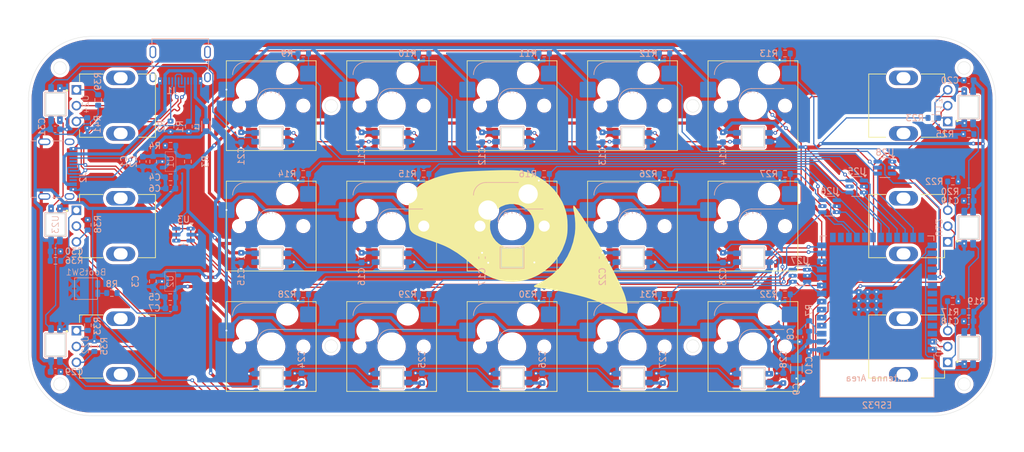
<source format=kicad_pcb>
(kicad_pcb (version 20240108) (generator "pcbnew") (generator_version "8.0")
  (layers (0 "F.Cu" signal) (31 "B.Cu" signal) (34 "B.Paste" user) (35 "F.Paste" user) (36 "B.SilkS" user "B.Silkscreen") (37 "F.SilkS" user "F.Silkscreen") (38 "B.Mask" user) (39 "F.Mask" user) (44 "Edge.Cuts" user))
  (net 0 "")
  (net 1 "GND")
  (net 2 "Button 1")
  (net 3 "Button 2")
  (net 4 "Button 3")
  (net 5 "Button 4")
  (net 6 "Button 5")
  (net 7 "Button 6")
  (net 8 "Button 7")
  (net 9 "Button 8")
  (net 10 "Button 9")
  (net 11 "Button 10")
  (net 12 "USB -")
  (net 13 "+3V3")
  (net 14 "Button 11")
  (net 15 "Button 12")
  (net 16 "Button 13")
  (net 17 "USB +")
  (net 18 "Button 14")
  (net 19 "Button 15")
  (net 20 "ADC 3")
  (net 21 "ADC 4")
  (net 22 "ADC 2")
  (net 23 "ADC 5")
  (net 24 "ADC 1")
  (net 25 "ADC 6")
  (net 26 "LEDS")
  (net 27 "+5V")
  (net 33 "/Switch6/LED Out")
  (net 34 "/Switch10/LED In")
  (net 35 "/Switch10/LED Out")
  (net 36 "/Switch11/LED Out")
  (net 37 "/Switch12/LED Out")
  (net 38 "/Switch13/LED Out")
  (net 39 "/Switch14/LED Out")
  (net 40 "/Knob1/LED Out")
  (net 41 "/Knob2/LED Out")
  (net 42 "/Knob3/LED Out")
  (net 43 "/Knob4/LED In")
  (net 44 "/Knob4/LED Out")
  (net 45 "/Switch2/LED In")
  (net 46 "/Switch1/LED In")
  (net 47 "/Switch3/LED In")
  (net 48 "/Switch4/LED In")
  (net 49 "/Switch6/LED In")
  (net 50 "/Switch7/LED In")
  (net 51 "/Switch8/LED In")
  (net 52 "/Knob6/LED In")
  (net 53 "/Knob5/LED In")
  (net 55 "Net-(J1-VBUS_A)")
  (net 57 "Net-(J1-CC2)")
  (net 59 "Net-(J1-CC1)")
  (net 64 "Net-(U1-ADJ)")
  (net 65 "Net-(R17-Pad2)")
  (net 66 "Net-(R18-Pad3)")
  (net 67 "Net-(R20-Pad2)")
  (net 68 "Net-(R21-Pad3)")
  (net 69 "Net-(R23-Pad2)")
  (net 70 "Net-(R24-Pad3)")
  (net 71 "Net-(R33-Pad2)")
  (net 72 "Net-(R34-Pad3)")
  (net 73 "Net-(R36-Pad2)")
  (net 74 "Net-(R37-Pad3)")
  (net 75 "Net-(R39-Pad2)")
  (net 76 "Net-(R40-Pad3)")
  (net 77 "Net-(ESP32-EN)")
  (net 87 "Net-(ESP32-GPIO0{slash}BOOT)")
  (net 90 "Net-(U1-EN)")
  (footprint "PT01-D115D-B103:TRIM_PT01-D115D-B103" (layer "F.Cu") (at 214.4125 100.0125 90)
    (property "Reference" "R21" (hide yes))
    (property "Value" "PT01-D115D-B103" (hide yes))
  )
  (footprint "PT01-D115D-B103:TRIM_PT01-D115D-B103" (layer "F.Cu") (at 90.5875 80.9625 -90)
    (property "Reference" "R40" (hide yes))
    (property "Value" "PT01-D115D-B103" (hide yes))
  )
  (footprint "ScottoKeebs_Hotswap:Hotswap_MX_1.00u" (layer "F.Cu") (at 152.5 80.9625)
    (property "Reference" "SW3" (hide yes))
    (property "Value" "Switch" (hide yes))
  )
  (footprint "ScottoKeebs_Hotswap:Hotswap_MX_1.00u" (layer "F.Cu") (at 171.55 119.0625)
    (property "Reference" "SW14" (hide yes))
    (property "Value" "Switch" (hide yes))
  )
  (footprint "PT01-D115D-B103:TRIM_PT01-D115D-B103" (layer "F.Cu") (at 214.4125 119.0625 90)
    (property "Reference" "R18" (hide yes))
    (property "Value" "PT01-D115D-B103" (hide yes))
  )
  (footprint "ScottoKeebs_Hotswap:Hotswap_MX_1.00u" (layer "F.Cu") (at 133.45 100.0125)
    (property "Reference" "SW7" (hide yes))
    (property "Value" "Switch" (hide yes))
  )
  (footprint "ScottoKeebs_Hotswap:Hotswap_MX_1.00u" (layer "F.Cu") (at 190.6 119.0625)
    (property "Reference" "SW15" (hide yes))
    (property "Value" "Switch" (hide yes))
  )
  (footprint "ScottoKeebs_Hotswap:Hotswap_MX_1.00u" (layer "F.Cu") (at 171.55 80.9625)
    (property "Reference" "SW4" (hide yes))
    (property "Value" "Switch" (hide yes))
  )
  (footprint "ScottoKeebs_Hotswap:Hotswap_MX_1.00u" (layer "F.Cu") (at 152.5 100.0125)
    (property "Reference" "SW8" (hide yes))
    (property "Value" "Switch" (hide yes))
  )
  (footprint "PT01-D115D-B103:TRIM_PT01-D115D-B103" (layer "F.Cu") (at 214.4125 80.9625 90)
    (property "Reference" "R24" (hide yes))
    (property "Value" "PT01-D115D-B103" (hide yes))
  )
  (footprint "ScottoKeebs_Hotswap:Hotswap_MX_1.00u" (layer "F.Cu") (at 190.6 100.0125)
    (property "Reference" "SW10" (hide yes))
    (property "Value" "Switch" (hide yes))
  )
  (footprint "PT01-D115D-B103:TRIM_PT01-D115D-B103" (layer "F.Cu") (at 90.5875 100.0125 -90)
    (property "Reference" "R37" (hide yes))
    (property "Value" "PT01-D115D-B103" (hide yes))
  )
  (footprint "ScottoKeebs_Hotswap:Hotswap_MX_1.00u" (layer "F.Cu") (at 152.5 119.0625)
    (property "Reference" "SW13" (hide yes))
    (property "Value" "Switch" (hide yes))
  )
  (footprint "ScottoKeebs_Hotswap:Hotswap_MX_1.00u" (layer "F.Cu") (at 114.4 80.9625)
    (property "Reference" "SW1" (hide yes))
    (property "Value" "Switch" (hide yes))
  )
  (footprint "ScottoKeebs_Hotswap:Hotswap_MX_1.00u" (layer "F.Cu") (at 171.55 100.0125)
    (property "Reference" "SW9" (hide yes))
    (property "Value" "Switch" (hide yes))
  )
  (footprint "PT01-D115D-B103:TRIM_PT01-D115D-B103" (layer "F.Cu") (at 90.5875 119.0625 -90)
    (property "Reference" "R34" (hide yes))
    (property "Value" "PT01-D115D-B103" (hide yes))
  )
  (footprint "ScottoKeebs_Hotswap:Hotswap_MX_1.00u" (layer "F.Cu") (at 114.4 100.0125)
    (property "Reference" "SW6" (hide yes))
    (property "Value" "Switch" (hide yes))
  )
  (footprint "ScottoKeebs_Hotswap:Hotswap_MX_1.00u" (layer "F.Cu") (at 114.4 119.0625)
    (property "Reference" "SW11" (hide yes))
    (property "Value" "Switch" (hide yes))
  )
  (footprint "Logo:Logo_40mm" (layer "F.Cu") (at 152.5 100)
    (property "Reference" "REF**" (hide yes))
    (property "Value" "Logo_40mm")
  )
  (footprint "ScottoKeebs_Hotswap:Hotswap_MX_1.00u" (layer "F.Cu") (at 133.45 119.0625)
    (property "Reference" "SW12" (hide yes))
    (property "Value" "Switch" (hide yes))
  )
  (footprint "ScottoKeebs_Hotswap:Hotswap_MX_1.00u" (layer "F.Cu") (at 133.45 80.9625)
    (property "Reference" "SW2" (hide yes))
    (property "Value" "Switch" (hide yes))
  )
  (footprint "ScottoKeebs_Hotswap:Hotswap_MX_1.00u" (layer "F.Cu") (at 190.6 80.9625)
    (property "Reference" "SW5" (hide yes))
    (property "Value" "Switch" (hide yes))
  )
  (footprint "Resistor_SMD:R_0603_1608Metric" (layer "B.Cu") (at 89.2 110.6 180)
    (property "Reference" "R8")
    (property "Value" "10K")
  )
  (footprint "Capacitor_SMD:C_0603_1608Metric" (layer "B.Cu") (at 80.275 104.0125)
    (property "Reference" "C30")
    (property "Value" "47uF")
  )
  (footprint "6028_Reverse_Mount_LED_Addressable:6028_Reverse_Mount" (layer "B.Cu") (at 133.45 85.9625 180)
    (property "Reference" "U4")
    (property "Value" "~")
    (fp_rect (start -1.7 1.5) (end 1.7 -1.5) (stroke (width 0.1)) (fill none) (layer "Edge.Cuts"))
  )
  (footprint "6028_Reverse_Mount_LED_Addressable:6028_Reverse_Mount" (layer "B.Cu") (at 224.725 100.2625 90)
    (property "Reference" "U12")
    (property "Value" "~")
    (fp_rect (start -1.7 1.5) (end 1.7 -1.5) (stroke (width 0.1)) (fill none) (layer "Edge.Cuts"))
  )
  (footprint "Resistor_SMD:R_0603_1608Metric" (layer "B.Cu") (at 85.4 115.7 -90)
    (property "Reference" "R33")
    (property "Value" "11K")
  )
  (footprint "Capacitor_SMD:C_0603_1608Metric" (layer "B.Cu") (at 166.8 85.9625 -90)
    (property "Reference" "C13")
    (property "Value" "47uF")
  )
  (footprint "Resistor_SMD:R_0603_1608Metric" (layer "B.Cu") (at 138.525 72.7125 180)
    (property "Reference" "R10")
    (property "Value" "10K")
  )
  (footprint "Resistor_SMD:R_0603_1608Metric" (layer "B.Cu") (at 157.575 110.8125 180)
    (property "Reference" "R30")
    (property "Value" "10K")
  )
  (footprint "Capacitor_SMD:C_0603_1608Metric" (layer "B.Cu") (at 80.225 84.7125)
    (property "Reference" "C31")
    (property "Value" "47uF")
  )
  (footprint "6028_Reverse_Mount_LED_Addressable:6028_Reverse_Mount" (layer "B.Cu") (at 152.55 124.0625)
    (property "Reference" "U19" (hide yes))
    (property "Value" "~" (hide yes))
    (fp_rect (start -1.7 1.5) (end 1.7 -1.5) (stroke (width 0.1)) (fill none) (layer "Edge.Cuts"))
  )
  (footprint "Capacitor_SMD:C_0603_1608Metric" (layer "B.Cu") (at 128.7 105.0125 -90)
    (property "Reference" "C16")
    (property "Value" "47uF")
  )
  (footprint "Resistor_SMD:R_0603_1608Metric" (layer "B.Cu") (at 85.3 83.7 -90)
    (property "Reference" "R41")
    (property "Value" "640")
  )
  (footprint "Resistor_SMD:R_0603_1608Metric" (layer "B.Cu") (at 222.2 111.9)
    (property "Reference" "R19")
    (property "Value" "640")
  )
  (footprint "6028_Reverse_Mount_LED_Addressable:6028_Reverse_Mount" (layer "B.Cu") (at 114.4 85.9625 180)
    (property "Reference" "U14")
    (property "Value" "~")
    (fp_rect (start -1.7 1.5) (end 1.7 -1.5) (stroke (width 0.1)) (fill none) (layer "Edge.Cuts"))
  )
  (footprint "Capacitor_SMD:C_0603_1608Metric" (layer "B.Cu") (at 176.35 124.0625 90)
    (property "Reference" "C27")
    (property "Value" "47uF")
  )
  (footprint "Resistor_SMD:R_0603_1608Metric" (layer "B.Cu") (at 138.525 91.7625 180)
    (property "Reference" "R15")
    (property "Value" "10K")
  )
  (footprint "Resistor_SMD:R_0603_1608Metric" (layer "B.Cu") (at 119.475 72.7125 180)
    (property "Reference" "R9")
    (property "Value" "10K")
  )
  (footprint "Resistor_SMD:R_0603_1608Metric" (layer "B.Cu") (at 119.475 110.8125 180)
    (property "Reference" "R28")
    (property "Value" "10K")
  )
  (footprint "Capacitor_SMD:C_0603_1608Metric" (layer "B.Cu") (at 138.25 124.0625 90)
    (property "Reference" "C25")
    (property "Value" "47uF")
  )
  (footprint "Resistor_SMD:R_0603_1608Metric" (layer "B.Cu") (at 224.725 94.5125 180)
    (property "Reference" "R20")
    (property "Value" "11K")
  )
  (footprint "Capacitor_SMD:C_0603_1608Metric" (layer "B.Cu") (at 147.75 85.9625 -90)
    (property "Reference" "C12")
    (property "Value" "47uF")
  )
  (footprint "Resistor_SMD:R_0603_1608Metric" (layer "B.Cu") (at 176.625 110.8125 180)
    (property "Reference" "R31")
    (property "Value" "10K")
  )
  (footprint "Resistor_SMD:R_0603_1608Metric" (layer "B.Cu") (at 98.425 111.2525 180)
    (property "Reference" "C5")
    (property "Value" "1uF")
  )
  (footprint "Resistor_SMD:R_0603_1608Metric" (layer "B.Cu") (at 101.375 84.2625 -90)
    (property "Reference" "R1")
    (property "Value" "5.1K" (hide yes))
  )
  (footprint "Capacitor_SMD:C_0603_1608Metric" (layer "B.Cu") (at 199.475 119.0625 -90)
    (property "Reference" "C10")
    (property "Value" "0.1uF" (hide yes))
  )
  (footprint "Capacitor_SMD:C_0603_1608Metric" (layer "B.Cu") (at 197.975 117.5625 -90)
    (property "Reference" "C8")
    (property "Value" "1uF" (hide yes))
  )
  (footprint "Package_TO_SOT_SMD:SOT-23-6" (layer "B.Cu") (at 211.475 90.7625 180)
    (property "Reference" "U28")
    (property "Value" "SRV05-4" (hide yes))
  )
  (footprint "Package_TO_SOT_SMD:SOT-23-6" (layer "B.Cu") (at 207.025 93.75 180)
    (property "Reference" "U25")
    (property "Value" "SRV05-4" (hide yes))
  )
  (footprint "Capacitor_SMD:C_0603_1608Metric" (layer "B.Cu") (at 109.65 105.0125 -90)
    (property "Reference" "C15")
    (property "Value" "47uF")
  )
  (footprint "6028_Reverse_Mount_LED_Addressable:6028_Reverse_Mount" (layer "B.Cu") (at 224.725 81.2125 90)
    (property "Reference" "U13")
    (property "Value" "~")
    (fp_rect (start -1.7 1.5) (end 1.7 -1.5) (stroke (width 0.1)) (fill none) (layer "Edge.Cuts"))
  )
  (footprint "6028_Reverse_Mount_LED_Addressable:6028_Reverse_Mount" (layer "B.Cu") (at 80.275 118.812501 -90)
    (property "Reference" "U22")
    (property "Value" "~")
    (fp_rect (start -1.7 1.5) (end 1.7 -1.5) (stroke (width 0.1)) (fill none) (layer "Edge.Cuts"))
  )
  (footprint "Ferrite_Bead_MPZ1608S601ATA00:INDC1608X95N" (layer "B.Cu") (at 104.075 84.2125 -90)
    (property "Reference" "L1")
    (property "Value" "MPZ1608S601ATA00" (hide yes))
  )
  (footprint "Resistor_SMD:R_0603_1608Metric" (layer "B.Cu") (at 98.475 84.2375 -90)
    (property "Reference" "R2")
    (property "Value" "5.1K" (hide yes))
  )
  (footprint "Capacitor_SMD:C_0603_1608Metric" (layer "B.Cu") (at 224.725 76.9625 180)
    (property "Reference" "C20")
    (property "Value" "47uF")
  )
  (footprint "Resistor_SMD:R_0603_1608Metric" (layer "B.Cu") (at 195.675 72.7125 180)
    (property "Reference" "R13")
    (property "Value" "10K")
  )
  (footprint "Capacitor_SMD:C_0603_1608Metric" (layer "B.Cu") (at 98.425 113.0025 180)
    (property "Reference" "C7")
    (property "Value" "10uF")
  )
  (footprint "6028_Reverse_Mount_LED_Addressable:6028_Reverse_Mount" (layer "B.Cu") (at 152.5 105.0125 180)
    (property "Reference" "U10")
    (property "Value" "~")
    (fp_rect (start -1.7 1.5) (end 1.7 -1.5) (stroke (width 0.1)) (fill none) (layer "Edge.Cuts"))
  )
  (footprint "Resistor_SMD:R_0603_1608Metric" (layer "B.Cu") (at 138.525 110.8125 180)
    (property "Reference" "R29")
    (property "Value" "10K")
  )
  (footprint "USBC_10171746_00021LF:AMPHENOL_10171746-00021LF" (layer "B.Cu") (at 100 72.475)
    (property "Reference" "J1")
    (property "Value" "10171746-00021LF" (hide yes))
  )
  (footprint "Resistor_SMD:R_0603_1608Metric" (layer "B.Cu") (at 199.475 115.8125 90)
    (property "Reference" "R7")
    (property "Value" "10K" (hide yes))
  )
  (footprint "Resistor_SMD:R_0603_1608Metric" (layer "B.Cu") (at 219.125 82.9)
    (property "Reference" "R23")
    (property "Value" "11K")
  )
  (footprint "6028_Reverse_Mount_LED_Addressable:6028_Reverse_Mount" (layer "B.Cu") (at 152.5 85.9625 180)
    (property "Reference" "U5")
    (property "Value" "~")
    (fp_rect (start -1.7 1.5) (end 1.7 -1.5) (stroke (width 0.1)) (fill none) (layer "Edge.Cuts"))
  )
  (footprint "Resistor_SMD:R_0603_1608Metric" (layer "B.Cu") (at 98.475 92.3125 180)
    (property "Reference" "C4")
    (property "Value" "1uF")
  )
  (footprint "Resistor_SMD:R_0603_1608Metric" (layer "B.Cu") (at 176.625 72.7125 180)
    (property "Reference" "R12")
    (property "Value" "10K")
  )
  (footprint "Capacitor_SMD:C_0603_1608Metric" (layer "B.Cu") (at 98.475 94.0625 180)
    (property "Reference" "C6")
    (property "Value" "10uF")
  )
  (footprint "Resistor_SMD:R_0603_1608Metric" (layer "B.Cu") (at 95.725 89.8125 -90)
    (property "Reference" "C2")
    (property "Value" "1uF")
  )
  (footprint "6028_Reverse_Mount_LED_Addressable:6028_Reverse_Mount" (layer "B.Cu") (at 133.5 124.0625)
    (property "Reference" "U18" (hide yes))
    (property "Value" "~" (hide yes))
    (fp_rect (start -1.7 1.5) (end 1.7 -1.5) (stroke (width 0.1)) (fill none) (layer "Edge.Cuts"))
  )
  (footprint "Resistor_SMD:R_0603_1608Metric" (layer "B.Cu") (at 224.725 85.4625 180)
    (property "Reference" "R25")
    (property "Value" "640")
  )
  (footprint "6028_Reverse_Mount_LED_Addressable:6028_Reverse_Mount" (layer "B.Cu") (at 80.275 99.762501 -90)
    (property "Reference" "U23")
    (property "Value" "~")
    (fp_rect (start -1.7 1.5) (end 1.7 -1.5) (stroke (width 0.1)) (fill none) (layer "Edge.Cuts"))
  )
  (footprint "Capacitor_SMD:C_0603_1608Metric" (layer "B.Cu") (at 80.275 123.0625)
    (property "Reference" "C29")
    (property "Value" "47uF")
  )
  (footprint "Resistor_SMD:R_0603_1608Metric" (layer "B.Cu") (at 86.425 119.0125 90)
    (property "Reference" "R35")
    (property "Value" "640")
  )
  (footprint "PCM_Espressif:ESP32-S3-WROOM-1" (layer "B.Cu") (at 210.225 111.3125)
    (property "Reference" "ESP32")
    (property "Value" "ESP32-S3-WROOM-1")
  )
  (footprint "Resistor_SMD:R_0603_1608Metric" (layer "B.Cu") (at 119.475 91.7625 180)
    (property "Reference" "R14")
    (property "Value" "10K")
  )
  (footprint "6028_Reverse_Mount_LED_Addressable:6028_Reverse_Mount" (layer "B.Cu") (at 190.6 85.9625 180)
    (property "Reference" "U7")
    (property "Value" "~")
    (fp_rect (start -1.7 1.5) (end 1.7 -1.5) (stroke (width 0.1)) (fill none) (layer "Edge.Cuts"))
  )
  (footprint "6028_Reverse_Mount_LED_Addressable:6028_Reverse_Mount" (layer "B.Cu") (at 190.65 124.0625)
    (property "Reference" "U21" (hide yes))
    (property "Value" "~" (hide yes))
    (fp_rect (start -1.7 1.5) (end 1.7 -1.5) (stroke (width 0.1)) (fill none) (layer "Edge.Cuts"))
  )
  (footprint "AP7366-SOT25:AP7366" (layer "B.Cu") (at 98.475 89.8125 -90)
    (property "Reference" "U1")
    (property "Value" "AP7366-W5-7")
  )
  (footprint "AP7366-SOT25:AP7366" (layer "B.Cu") (at 98.425 108.7625 -90)
    (property "Reference" "U2")
    (property "Value" "AP7366-33W5-7")
  )
  (footprint "Capacitor_SMD:C_0603_1608Metric" (layer "B.Cu") (at 94.1 89.8 -90)
    (property "Reference" "C1")
    (property "Value" "10uF")
  )
  (footprint "Capacitor_SMD:C_0603_1608Metric" (layer "B.Cu") (at 185.85 85.9625 -90)
    (property "Reference" "C14")
    (property "Value" "47uF")
  )
  (footprint "Resistor_SMD:R_0603_1608Metric" (layer "B.Cu") (at 87.025 80.0625 90)
    (property "Reference" "R39")
    (property "Value" "11K")
  )
  (footprint "Package_TO_SOT_SMD:SOT-23-6" (layer "B.Cu") (at 202.725 96.8625 180)
    (property "Reference" "U26")
    (property "Value" "SRV05-4" (hide yes))
  )
  (footprint "Resistor_SMD:R_0603_1608Metric" (layer "B.Cu") (at 176.625 91.7625 180)
    (property "Reference" "R26")
    (property "Value" "10K")
  )
  (footprint "Resistor_SMD:R_0603_1608Metric" (layer "B.Cu") (at 222.225 92.9625)
    (property "Reference" "R22")
    (property "Value" "640")
  )
  (footprint "USBC_10171746_00021LF:AMPHENOL_10171746-00021LF" (layer "B.Cu") (at 78.5 91 90)
    (property "Reference" "J2")
    (property "Value" "10171746-00021LF" (hide yes))
  )
  (footprint "Resistor_SMD:R_0603_1608Metric" (layer "B.Cu") (at 157.575 91.7625 180)
    (property "Reference" "R16")
    (property "Value" "10K")
  )
  (footprint "Resistor_SMD:R_0603_1608Metric" (layer "B.Cu") (at 101.225 89.8125 90)
    (property "Reference" "R3")
    (property "Value" "12K")
  )
  (footprint "Capacitor_SMD:C_0603_1608Metric" (layer "B.Cu") (at 157.3 124.0625 90)
    (property "Reference" "C26")
    (property "Value" "47uF")
  )
  (footprint "6028_Reverse_Mount_LED_Addressable:6028_Reverse_Mount" (layer "B.Cu") (at 171.55 105.0125 180)
    (property "Reference" "U15")
    (property "Value" "~")
    (fp_rect (start -1.7 1.5) (end 1.7 -1.5) (stroke (width 0.1)) (fill none) (layer "Edge.Cuts"))
  )
  (footprint "Capacitor_SMD:C_0603_1608Metric" (layer "B.Cu") (at 166.8 105.0125 -90)
    (property "Reference" "C22")
    (property "Value" "47uF")
  )
  (footprint "Resistor_SMD:R_0603_1608Metric" (layer "B.Cu") (at 85.375 99.8125 90)
    (property "Reference" "R38")
    (property "Value" "640")
  )
  (footprint "6028_Reverse_Mount_LED_Addressable:6028_Reverse_Mount" (layer "B.Cu") (at 171.6 124.0625)
    (property "Reference" "U20" (hide yes))
    (property "Value" "~" (hide yes))
    (fp_rect (start -1.7 1.5) (end 1.7 -1.5) (stroke (width 0.1)) (fill none) (layer "Edge.Cuts"))
  )
  (footprint "Resistor_SMD:R_0603_1608Metric" (layer "B.Cu") (at 195.675 91.7625 180)
    (property "Reference" "R27")
    (property "Value" "10K")
  )
  (footprint "Resistor_SMD:R_0603_1608Metric" (layer "B.Cu") (at 95.675 108.7525 -90)
    (property "Reference" "C3")
    (property "Value" "1uF")
  )
  (footprint "Resistor_SMD:R_0603_1608Metric" (layer "B.Cu") (at 98.475 87.3125 180)
    (property "Reference" "R4")
    (property "Value" "63K")
  )
  (footprint "6028_Reverse_Mount_LED_Addressable:6028_Reverse_Mount" (layer "B.Cu") (at 190.6 105.0125 180)
    (property "Reference" "U16")
    (property "Value" "~")
    (fp_rect (start -1.7 1.5) (end 1.7 -1.5) (stroke (width 0.1)) (fill none) (layer "Edge.Cuts"))
  )
  (footprint "6028_Reverse_Mount_LED_Addressable:6028_Reverse_Mount" (layer "B.Cu") (at 224.725 119.3125 90)
    (property "Reference" "U11")
    (property "Value" "~")
    (fp_rect (start -1.7 1.5) (end 1.7 -1.5) (stroke (width 0.1)) (fill none) (layer "Edge.Cuts"))
  )
  (footprint "Resistor_SMD:R_0603_1608Metric" (layer "B.Cu") (at 157.575 72.7125 180)
    (property "Reference" "R11")
    (property "Value" "10K")
  )
  (footprint "Capacitor_SMD:C_0603_1608Metric" (layer "B.Cu") (at 147.75 105.0125 -90)
    (property "Reference" "C17")
    (property "Value" "47uF")
  )
  (footprint "Capacitor_SMD:C_0603_1608Metric" (layer "B.Cu") (at 128.7 85.9625 -90)
    (property "Reference" "C11")
    (property "Value" "47uF")
  )
  (footprint "Capacitor_SMD:C_0603_1608Metric" (layer "B.Cu") (at 195.4 124.0625 90)
    (property "Reference" "C28")
    (property "Value" "47uF")
  )
  (footprint "Capacitor_SMD:C_0603_1608Metric" (layer "B.Cu") (at 185.85 105.0125 -90)
    (property "Reference" "C23")
    (property "Value" "47uF")
  )
  (footprint "Resistor_SMD:R_0603_1608Metric" (layer "B.Cu") (at 224.725 113.5625 180)
    (property "Reference" "R17")
    (property "Value" "11K")
  )
  (footprint "6028_Reverse_Mount_LED_Addressable:6028_Reverse_Mount" (layer "B.Cu") (at 114.4 105.0125 180)
    (property "Reference" "U8")
    (property "Value" "~")
    (fp_rect (start -1.7 1.5) (end 1.7 -1.5) (stroke (width 0.1)) (fill none) (layer "Edge.Cuts"))
  )
  (footprint "Resistor_SMD:R_0603_1608Metric" (layer "B.Cu") (at 80.275 105.5125)
    (property "Reference" "R36")
    (property "Value" "11K")
  )
  (footprint "Capacitor_SMD:C_0603_1608Metric" (layer "B.Cu") (at 119.2 124.0625 90)
    (property "Reference" "C24")
    (property "Value" "47uF")
  )
  (footprint "Package_TO_SOT_SMD:SOT-23-6" (layer "B.Cu") (at 198.025 107.8625 180)
    (property "Reference" "U27")
    (property "Value" "SRV05-4" (hide yes))
  )
  (footprint "6028_Reverse_Mount_LED_Addressable:6028_Reverse_Mount" (layer "B.Cu") (at 80.275 80.712501 -90)
    (property "Reference" "U24")
    (property "Value" "~")
    (fp_rect (start -1.7 1.5) (end 1.7 -1.5) (stroke (width 0.1)) (fill none) (layer "Edge.Cuts"))
  )
  (footprint "Package_TO_SOT_SMD:SOT-23-6" (layer "B.Cu") (at 100.525 101.3625 180)
    (property "Reference" "U3")
    (property "Value" "SRV05-4" (hide yes))
  )
  (footprint "Capacitor_SMD:C_0603_1608Metric" (layer "B.Cu") (at 224.725 115.0625 180)
    (property "Reference" "C18")
    (property "Value" "47uF")
  )
  (footprint "6028_Reverse_Mount_LED_Addressable:6028_Reverse_Mount" (layer "B.Cu") (at 171.55 85.9625 180)
    (property "Reference" "U6")
    (property "Value" "~")
    (fp_rect (start -1.7 1.5) (end 1.7 -1.5) (stroke (width 0.1)) (fill none) (layer "Edge.Cuts"))
  )
  (footprint "Button-R-667843:Button-R-667843" (layer "B.Cu") (at 85.1 109.9 180)
    (property "Reference" "BootSW1")
    (property "Value" "SW_Push" (hide yes))
  )
  (footprint "6028_Reverse_Mount_LED_Addressable:6028_Reverse_Mount" (layer "B.Cu") (at 114.45 124.0625)
    (property "Reference" "U17" (hide yes))
    (property "Value" "~" (hide yes))
    (fp_rect (start -1.7 1.5) (end 1.7 -1.5) (stroke (width 0.1)) (fill none) (layer "Edge.Cuts"))
  )
  (footprint "Capacitor_SMD:C_1206_3216Metric_Pad1.33x1.80mm_HandSolder" (layer "B.Cu") (at 197.475 122.5625 -90)
    (property "Reference" "C9")
    (property "Value" "22uF" (hide yes))
  )
  (footprint "Resistor_SMD:R_0603_1608Metric" (layer "B.Cu") (at 195.675 110.8125 180)
    (property "Reference" "R32")
    (property "Value" "10K")
  )
  (footprint "Capacitor_SMD:C_0603_1608Metric" (layer "B.Cu") (at 109.65 85.9625 -90)
    (property "Reference" "C21")
    (property "Value" "47uF")
  )
  (footprint "Capacitor_SMD:C_0603_1608Metric" (layer "B.Cu") (at 224.725 96.0125 180)
    (property "Reference" "C19")
    (property "Value" "47uF")
  )
  (footprint "6028_Reverse_Mount_LED_Addressable:6028_Reverse_Mount" (layer "B.Cu") (at 133.45 105.0125 180)
    (property "Reference" "U9")
    (property "Value" "~")
    (fp_rect (start -1.7 1.5) (end 1.7 -1.5) (stroke (width 0.1)) (fill none) (layer "Edge.Cuts"))
  )
  (gr_circle (center 81 75) (end 81 74) (stroke (width 0.05)) (fill none) (layer "Edge.Cuts"))
  (gr_circle (center 224 125) (end 225 125) (stroke (width 0.05)) (fill none) (layer "Edge.Cuts"))
  (gr_circle (center 181.1 81) (end 182.1 81) (stroke (width 0.05)) (fill none) (layer "Edge.Cuts"))
  (gr_arc (start 76 80) (mid 78.928932 72.928932) (end 86 70) (stroke (width 0.05)) (layer "Edge.Cuts"))
  (gr_arc (start 86 130) (mid 78.928932 127.071068) (end 76 120) (stroke (width 0.05)) (layer "Edge.Cuts"))
  (gr_circle (center 123.9 81) (end 124.9 81) (stroke (width 0.05)) (fill none) (layer "Edge.Cuts"))
  (gr_circle (center 81 125) (end 82 125) (stroke (width 0.05)) (fill none) (layer "Edge.Cuts"))
  (gr_line (start 76 80) (end 76 120) (stroke (width 0.05)) (layer "Edge.Cuts"))
  (gr_circle (center 123.9 119) (end 124.9 119) (stroke (width 0.05)) (fill none) (layer "Edge.Cuts"))
  (gr_line (start 229 80) (end 229 120) (stroke (width 0.05)) (layer "Edge.Cuts"))
  (gr_line (start 86 130) (end 219 130) (stroke (width 0.05)) (layer "Edge.Cuts"))
  (gr_arc (start 229 120) (mid 226.071068 127.071068) (end 219 130) (stroke (width 0.05)) (layer "Edge.Cuts"))
  (gr_circle (center 224 75) (end 224 74) (stroke (width 0.05)) (fill none) (layer "Edge.Cuts"))
  (gr_circle (center 181.1 119) (end 182.1 119) (stroke (width 0.05)) (fill none) (layer "Edge.Cuts"))
  (gr_line (start 86 70) (end 219 70) (stroke (width 0.05)) (layer "Edge.Cuts"))
  (gr_arc (start 219 70) (mid 226.071068 72.928932) (end 229 80) (stroke (width 0.05)) (layer "Edge.Cuts"))
  (segment (start 156.275 123.3125) (end 154.775 121.8125) (width 0.5) (layer "F.Cu") (net 1))
  (segment (start 117.975 105.7125) (end 116.425 107.2625) (width 0.5) (layer "F.Cu") (net 1))
  (segment (start 156.725 92.8125) (end 154.51066 90.59816) (width 0.5) (layer "F.Cu") (net 1))
  (segment (start 84.040214 84.7125) (end 84.726357 84.026357) (width 0.5) (layer "F.Cu") (net 1))
  (segment (start 137.325 123.3625) (end 137.225 123.2625) (width 0.5) (layer "F.Cu") (net 1))
  (segment (start 129.775 105.8125) (end 118.075 105.8125) (width 0.5) (layer "F.Cu") (net 1))
  (segment (start 97.125 109.6125) (end 97.125 108.7625) (width 0.5) (layer "F.Cu") (net 1))
  (segment (start 223.975 115.0625) (end 224.73566 115.0625) (width 0.5) (layer "F.Cu") (net 1))
  (segment (start 156.025 86.69816) (end 154.51066 88.2125) (width 0.5) (layer "F.Cu") (net 1))
  (segment (start 173.575 107.2625) (end 169.275 107.2625) (width 0.5) (layer "F.Cu") (net 1))
  (segment (start 224.73566 115.0625) (end 226.975 117.30184) (width 0.5) (layer "F.Cu") (net 1))
  (segment (start 201.164339 106.3525) (end 199.654339 107.8625) (width 0.5) (layer "F.Cu") (net 1))
  (segment (start 78.025 101.773161) (end 78.025 78.701841) (width 0.5) (layer "F.Cu") (net 1))
  (segment (start 97.175 89.8125) (end 97.175 86.3625) (width 0.5) (layer "F.Cu") (net 1))
  (segment (start 199.654339 107.8625) (end 199.225 107.8625) (width 0.5) (layer "F.Cu") (net 1))
  (segment (start 118.675 73.7125) (end 137.725 73.7125) (width 0.5) (layer "F.Cu") (net 1))
  (segment (start 156.025 86.6625) (end 157.025 87.6625) (width 0.5) (layer "F.Cu") (net 1))
  (segment (start 196.675 123.3125) (end 194.375 123.3125) (width 0.5) (layer "F.Cu") (net 1))
  (segment (start 193.375 85.9125) (end 194.125 86.6625) (width 0.5) (layer "F.Cu") (net 1))
  (segment (start 189.336218 92.0625) (end 194.125 92.0625) (width 0.5) (layer "F.Cu") (net 1))
  (segment (start 226.48566 121.8125) (end 224.075 121.8125) (width 0.5) (layer "F.Cu") (net 1))
  (segment (start 223.975 115.0625) (end 223.975 115.702714) (width 0.5) (layer "F.Cu") (net 1))
  (segment (start 199.475 119.8375) (end 199.475 122.1125) (width 0.5) (layer "F.Cu") (net 1))
  (segment (start 122.138528 115.326028) (end 122.138528 123.3625) (width 0.5) (layer "F.Cu") (net 1))
  (segment (start 187.125 123.3625) (end 175.375 123.3625) (width 0.5) (layer "F.Cu") (net 1))
  (segment (start 194.125 87.1625) (end 194.125 86.6625) (width 0.5) (layer "F.Cu") (net 1))
  (segment (start 187 83.7125) (end 192.61066 83.7125) (width 0.5) (layer "F.Cu") (net 1))
  (segment (start 195.165 77.894683) (end 193.775 79.284683) (width 0.5) (layer "F.Cu") (net 1))
  (segment (start 128.675 87.6625) (end 129.225 88.2125) (width 0.5) (layer "F.Cu") (net 1))
  (segment (start 226.975 102.27316) (end 226.48566 102.7625) (width 0.5) (layer "F.Cu") (net 1))
  (segment (start 175.775 111.8625) (end 175.725 111.8125) (width 0.5) (layer "F.Cu") (net 1))
  (segment (start 223.1 111.9) (end 224.025 111.9) (width 0.2) (layer "F.Cu") (net 1))
  (segment (start 223.875 92.1625) (end 223.075 92.9625) (width 0.5) (layer "F.Cu") (net 1))
  (segment (start 175.325 123.3125) (end 173.825 121.8125) (width 0.5) (layer "F.Cu") (net 1))
  (segment (start 129.925 123.3625) (end 118.175 123.3625) (width 0.5) (layer "F.Cu") (net 1))
  (segment (start 84.571 115.3585) (end 86.425 117.2125) (width 0.5) (layer "F.Cu") (net 1))
  (segment (start 224.025 102.7625) (end 224.025 111.9) (width 0.5) (layer "F.Cu") (net 1))
  (segment (start 199.475 122.1125) (end 197.475 124.1125) (width 0.5) (layer "F.Cu") (net 1))
  (segment (start 194.125 86.6625) (end 194.125 92.0625) (width 0.5) (layer "F.Cu") (net 1))
  (segment (start 118.625 111.8125) (end 122.138528 115.326028) (width 0.5) (layer "F.Cu") (net 1))
  (segment (start 175.775 92.7625) (end 175.425 92.4125) (width 0.5) (layer "F.Cu") (net 1))
  (segment (start 194.425 82.101839) (end 194.425 83.42684) (width 0.5) (layer "F.Cu") (net 1))
  (segment (start 98.475 85.0625) (end 101.375 85.0625) (width 0.5) (layer "F.Cu") (net 1))
  (segment (start 193.775 81.451839) (end 194.425 82.101839) (width 0.5) (layer "F.Cu") (net 1))
  (segment (start 154.525 107.2625) (end 150.175 107.2625) (width 0.5) (layer "F.Cu") (net 1))
  (segment (start 192.61066 88.2125) (end 194.125 86.69816) (width 0.5) (layer "F.Cu") (net 1))
  (segment (start 186.296406 83.7125) (end 187 83.7125) (width 0.5) (layer "F.Cu") (net 1))
  (segment (start 175.375 123.3625) (end 175.325 123.3125) (width 0.5) (layer "F.Cu") (net 1))
  (segment (start 136.975 86.69816) (end 136.975 86.6625) (width 0.5) (layer "F.Cu") (net 1))
  (segment (start 96.8 77.05) (end 103.2 77.05) (width 0.5) (layer "F.Cu") (net 1))
  (segment (start 175.775 111.8625) (end 178.3 114.3875) (width 0.5) (layer "F.Cu") (net 1))
  (segment (start 193.775 79.284683) (end 193.775 81.451839) (width 0.5) (layer "F.Cu") (net 1))
  (segment (start 109.625 87.6125) (end 110.225 88.2125) (width 0.5) (layer "F.Cu") (net 1))
  (segment (start 78.025 78.701841) (end 78.51434 78.212501) (width 0.5) (layer "F.Cu") (net 1))
  (segment (start 226.975 117.30184) (end 226.975 121.32316) (width 0.5) (layer "F.Cu") (net 1))
  (segment (start 178.3 114.3875) (end 178.3 123.3625) (width 0.5) (layer "F.Cu") (net 1))
  (segment (start 194.825 73.7125) (end 195.165 74.0525) (width 0.5) (layer "F.Cu") (net 1))
  (segment (start 204.6125 103.525661) (end 200.275661 107.8625) (width 0.5) (layer "F.Cu") (net 1))
  (segment (start 207.325 111.8125) (end 210.075 111.8125) (width 0.5) (layer "F.Cu") (net 1))
  (segment (start 226.975 98.25184) (end 226.975 102.27316) (width 0.5) (layer "F.Cu") (net 1))
  (segment (start 108.565 88.6725) (end 109.625 87.6125) (width 0.5) (layer "F.Cu") (net 1))
  (segment (start 97.625 87.2625) (end 97.175 86.8125) (width 0.5) (layer "F.Cu") (net 1))
  (segment (start 223.975 96.0125) (end 224.73566 96.0125) (width 0.5) (layer "F.Cu") (net 1))
  (segment (start 98.4 96.076839) (end 98.4 91.0375) (width 0.5) (layer "F.Cu") (net 1))
  (segment (start 203.973161 96.8625) (end 204.6125 97.501839) (width 0.5) (layer "F.Cu") (net 1))
  (segment (start 80.264339 104.0125) (end 78.025 101.773161) (width 0.5) (layer "F.Cu") (net 1))
  (segment (start 83.075 94.2) (end 83.1 94.175) (width 0.5) (layer "F.Cu") (net 1))
  (segment (start 81.075 104.0125) (end 80.925 104.1625) (width 0.5) (layer "F.Cu") (net 1))
  (segment (start 104.866142 74.3) (end 103.2 75.966142) (width 0.5) (layer "F.Cu") (net 1))
  (segment (start 102.725 100.401839) (end 98.4 96.076839) (width 0.5) (layer "F.Cu") (net 1))
  (segment (start 106.016142 73.7125) (end 118.675 73.7125) (width 0.5) (layer "F.Cu") (net 1))
  (segment (start 81.125 123.0625) (end 80.264339 123.0625) (width 0.5) (layer "F.Cu") (net 1))
  (segment (start 110.225 88.2125) (end 116.625 88.2125) (width 0.5) (layer "F.Cu") (net 1))
  (segment (start 150.525 121.8125) (end 148.975 123.3625) (width 0.5) (layer "F.Cu") (net 1))
  (segment (start 204.6125 97.501839) (end 204.6125 103.525661) (width 0.5) (layer "F.Cu") (net 1))
  (segment (start 118.625 92.7625) (end 116.625 90.7625) (width 0.5) (layer "F.Cu") (net 1))
  (segment (start 118.125 123.3125) (end 116.625 121.8125) (width 0.5) (layer "F.Cu") (net 1))
  (segment (start 83.95 86.949998) (end 83.1 87.799998) (width 0.2) (layer "F.Cu") (net 1))
  (segment (start 208.725 110.4125) (end 208.725 113.2525) (width 0.5) (layer "F.Cu") (net 1))
  (segment (start 148.225 88.2125) (end 147.725 87.7125) (width 0.5) (layer "F.Cu") (net 1))
  (segment (start 213.454339 117.991839) (end 218.225 117.991839) (width 0.5) (layer "F.Cu") (net 1))
  (segment (start 223.075 95.1125) (end 223.975 96.0125) (width 0.5) (layer "F.Cu") (net 1))
  (segment (start 208.1625 93.7625) (end 208.285661 93.7625) (width 0.5) (layer "F.Cu") (net 1))
  (segment (start 223.975 115.702714) (end 221.865214 117.8125) (width 0.5) (layer "F.Cu") (net 1))
  (segment (start 83.1 94.175) (end 83.1 87.799998) (width 0.5) (layer "F.Cu") (net 1))
  (segment (start 200.524339 102.912295) (end 194.569544 96.9575) (width 0.5) (layer "F.Cu") (net 1))
  (segment (start 202.225 109.723161) (end 200.085661 111.8625) (width 0.5) (layer "F.Cu") (net 1))
  (segment (start 216.221242 78.9665) (end 194.093183 78.9665) (width 0.5) (layer "F.Cu") (net 1))
  (segment (start 194.093183 78.9665) (end 193.775 79.284683) (width 0.5) (layer "F.Cu") (net 1))
  (segment (start 118.625 111.8125) (end 105.66495 111.8125) (width 0.5) (layer "F.Cu") (net 1))
  (segment (start 175.725 111.8125) (end 156.725 111.8125) (width 0.5) (layer "F.Cu") (net 1))
  (segment (start 176.05 87.5875) (end 175.425 88.2125) (width 0.5) (layer "F.Cu") (net 1))
  (segment (start 137.725 73.7125) (end 156.725 73.7125) (width 0.5) (layer "F.Cu") (net 1))
  (segment (start 195.165 74.0525) (end 195.165 77.894683) (width 0.5) (layer "F.Cu") (net 1))
  (segment (start 118.925 87.6625) (end 128.675 87.6625) (width 0.5) (layer "F.Cu") (net 1))
  (segment (start 82.075 84.7125) (end 82.375 84.4125) (width 0.2) (layer "F.Cu") (net 1))
  (segment (start 223.075 92.9625) (end 223.075 95.1125) (width 0.5) (layer "F.Cu") (net 1))
  (segment (start 218.225 118.7625) (end 219.025 119.5625) (width 0.5) (layer "F.Cu") (net 1))
  (segment (start 129.225 88.2125) (end 135.46066 88.2125) (width 0.5) (layer "F.Cu") (net 1))
  (segment (start 219.175 89.0625) (end 212.301839 89.0625) (width 0.5) (layer "F.Cu") (net 1))
  (segment (start 200.275661 107.8625) (end 199.225 107.8625) (width 0.5) (layer "F.Cu") (net 1))
  (segment (start 98.4 91.0375) (end 97.175 89.8125) (width 0.5) (layer "F.Cu") (net 1))
  (segment (start 78.51434 78.212501) (end 80.975 78.212501) (width 0.5) (layer "F.Cu") (net 1))
  (segment (start 80.975 97.262501) (end 80.975001 97.262501) (width 0.5) (layer "F.Cu") (net 1))
  (segment (start 84.7915 95.9165) (end 84.7915 96.3085) (width 0.5) (layer "F.Cu") (net 1))
  (segment (start 224.73566 96.0125) (end 226.975 98.25184) (width 0.5) (layer "F.Cu") (net 1))
  (segment (start 135.775 121.8125) (end 131.475 121.8125) (width 0.5) (layer "F.Cu") (net 1))
  (segment (start 194.125 86.69816) (end 194.125 86.6625) (width 0.5) (layer "F.Cu") (net 1))
  (segment (start 97.175 86.3625) (end 98.475 85.0625) (width 0.5) (layer "F.Cu") (net 1))
  (segment (start 106.016142 73.7125) (end 105.428642 74.3) (width 0.5) (layer "F.Cu") (net 1))
  (segment (start 200.085661 111.8625) (end 194.825 111.8625) (width 0.5) (layer "F.Cu") (net 1))
  (segment (start 185.825 87.5875) (end 186.45 88.2125) (width 0.5) (layer "F.Cu") (net 1))
  (segment (start 78.025 120.823161) (end 78.025 116.801841) (width 0.5) (layer "F.Cu") (net 1))
  (segment (start 203.875 96.8625) (end 203.973161 96.8625) (width 0.5) (layer "F.Cu") (net 1))
  (segment (start 212.501839 90.7625) (end 212.625 90.7625) (width 0.5) (layer "F.Cu") (net 1))
  (segment (start 154.51066 90.59816) (end 154.51066 88.2125) (width 0.5) (layer "F.Cu") (net 1))
  (segment (start 218.225242 76.9625) (end 216.221242 78.9665) (width 0.5) (layer "F.Cu") (net 1))
  (segment (start 148.725 105.8125) (end 137.125 105.8125) (width 0.5) (layer "F.Cu") (net 1))
  (segment (start 116.625 88.2125) (end 117.925 86.9125) (width 0.5) (layer "F.Cu") (net 1))
  (segment (start 103.2 75.966142) (end 103.2 77.05) (width 0.5) (layer "F.Cu") (net 1))
  (segment (start 224.025 111.9) (end 224.025 115.0125) (width 0.5) (layer "F.Cu") (net 1))
  (segment (start 117.925 86.6625) (end 118.925 87.6625) (width 0.5) (layer "F.Cu") (net 1))
  (segment (start 118.175 123.3625) (end 118.125 123.3125) (width 0.5) (layer "F.Cu") (net 1))
  (segment (start 137.225 123.2625) (end 135.775 121.8125) (width 0.5) (layer "F.Cu") (net 1))
  (segment (start 82.375 84.4125) (end 82.375 77.275) (width 0.2) (layer "F.Cu") (net 1))
  (segment (start 109.625 106.7625) (end 108.125 106.7625) (width 0.5) (layer "F.Cu") (net 1))
  (segment (start 210.125 114.6625) (end 213.454339 117.991839) (width 0.5) (layer "F.Cu") (net 1))
  (segment (start 80.975 78.212501) (end 82.14375 77.04375) (width 0.5) (layer "F.Cu") (net 1))
  (segment (start 82.14375 77.04375) (end 88.137501 71.05) (width 0.5) (layer "F.Cu") (net 1))
  (segment (start 226.48566 83.7125) (end 226.975 83.22316) (width 0.5) (layer "F.Cu") (net 1))
  (segment (start 87.240214 81.5125) (end 92.875 81.5125) (width 0.5) (layer "F.Cu") (net 1))
  (segment (start 192.61066 83.7125) (end 193.375 84.47684) (width 0.5) (layer "F.Cu") (net 1))
  (segment (start 83.075 94.2) (end 84.7915 95.9165) (width 0.5) (layer "F.Cu") (net 1))
  (segment (start 154.51066 88.2125) (end 148.225 88.2125) (width 0.5) (layer "F.Cu") (net 1))
  (segment (start 211.8625 90.123161) (end 212.501839 90.7625) (width 0.5) (layer "F.Cu") (net 1))
  (segment (start 184.145 101.093034) (end 184.145 97.253718) (width 0.5) (layer "F.Cu") (net 1))
  (segment (start 221.865214 117.8125) (end 220.325 117.8125) (width 0.5) (layer "F.Cu") (net 1))
  (segment (start 224.73566 76.9625) (end 223.975 76.9625) (width 0.5) (layer "F.Cu") (net 1))
  (segment (start 156.025 105.7625) (end 154.525 107.2625) (width 0.5) (layer "F.Cu") (net 1))
  (segment (start 80.975001 97.262501) (end 81.929002 96.3085) (width 0.5) (layer "F.Cu") (net 1))
  (segment (start 210.125 113.2125) (end 207.325 113.2125) (width 0.5) (layer "F.Cu") (net 1))
  (segment (start 82.375 77.275) (end 82.14375 77.04375) (width 0.2) (layer "F.Cu") (net 1))
  (segment (start 103.2 80.3375) (end 103.2 77.05) (width 0.5) (layer "F.Cu") (net 1))
  (segment (start 200.985661 107.8625) (end 202.225 109.101839) (width 0.5) (layer "F.Cu") (net 1))
  (segment (start 175.125 105.7125) (end 173.575 107.2625) (width 0.5) (layer "F.Cu") (net 1))
  (segment (start 156.725 111.8125) (end 137.725 111.8125) (width 0.5) (layer "F.Cu") (net 1))
  (segment (start 175.225 105.8125) (end 175.125 105.7125) (width 0.5) (layer "F.Cu") (net 1))
  (segment (start 137.725 111.8125) (end 118.625 111.8125) (width 0.5) (layer "F.Cu") (net 1))
  (segment (start 193.375 84.47684) (end 193.375 85.9125) (width 0.5) (layer "F.Cu") (net 1))
  (segment (start 197.475 124.1125) (end 196.675 123.3125) (width 0.5) (layer "F.Cu") (net 1))
  (segment (start 218.664339 117.5525) (end 218.225 117.991839) (width 0.5) (layer "F.Cu") (net 1))
  (segment (start 210.075 111.8125) (end 210.125 111.8625) (width 0.5) (layer "F.Cu") (net 1))
  (segment (start 117.925 86.9125) (end 117.925 86.6625) (width 0.5) (layer "F.Cu") (net 1))
  (segment (start 80.264339 123.0625) (end 78.025 120.823161) (width 0.5) (layer "F.Cu") (net 1))
  (segment (start 212.301839 89.0625) (end 211.8625 89.501839) (width 0.5) (layer "F.Cu") (net 1))
  (segment (start 220.065 117.5525) (end 218.664339 117.5525) (width 0.5) (layer "F.Cu") (net 1))
  (segment (start 197.975 118.3375) (end 199.475 119.8375) (width 0.5) (layer "F.Cu") (net 1))
  (segment (start 116.625 90.7625) (end 116.625 88.2125) (width 0.5) (layer "F.Cu") (net 1))
  (segment (start 84.726357 84.026357) (end 87.240214 81.5125) (width 0.5) (layer "F.Cu") (net 1))
  (segment (start 98.475 85.0625) (end 103.2 80.3375) (width 0.5) (layer "F.Cu") (net 1))
  (segment (start 116.425 107.2625) (end 110.125 107.2625) (width 0.5) (layer "F.Cu") (net 1))
  (segment (start 208.285661 93.7625) (end 208.925 94.401839) (width 0.5) (layer "F.Cu") (net 1))
  (segment (start 224.075 85.2625) (end 223.875 85.4625) (width 0.5) (layer "F.Cu") (net 1))
  (segment (start 82.025 96.212501) (end 80.975 97.262501) (width 0.5) (layer "F.Cu") (net 1))
  (segment (start 173.825 121.8125) (end 169.58934 121.8125) (width 0.5) (layer "F.Cu") (net 1))
  (segment (start 176.05 87.5875) (end 175.125 86.6625) (width 0.5) (layer "F.Cu") (net 1))
  (segment (start 168.075 123.3625) (end 156.325 123.3625) (width 0.5) (layer "F.Cu") (net 1))
  (segment (start 226.975 121.32316) (end 226.48566 121.8125) (width 0.5) (layer "F.Cu") (net 1))
  (segment (start 223.975 76.9625) (end 218.225242 76.9625) (width 0.5) (layer "F.Cu") (net 1))
  (segment (start 110.125 107.2625) (end 109.625 106.7625) (width 0.5) (layer "F.Cu") (net 1))
  (segment (start 148.975 123.3625) (end 137.325 123.3625) (width 0.5) (layer "F.Cu") (net 1))
  (segment (start 135.46066 90.54816) (end 135.46066 88.2125) (width 0.5) (layer "F.Cu") (net 1))
  (segment (start 167.825 105.8125) (end 156.075 105.8125) (width 0.5) (layer "F.Cu") (net 1))
  (segment (start 186.825 105.8125) (end 175.225 105.8125) (width 0.5) (layer "F.Cu") (net 1))
  (segment (start 200.524339 105.7125) (end 200.524339 102.912295) (width 0.5) (layer "F.Cu") (net 1))
  (segment (start 169.275 107.2625) (end 167.825 105.8125) (width 0.5) (layer "F.Cu") (net 1))
  (segment (start 208.925 94.401839) (end 208.925 94.998161) (width 0.5) (layer "F.Cu") (net 1))
  (segment (start 197.975 115.0125) (end 197.975 118.3125) (width 0.5) (layer "F.Cu") (net 1))
  (segment (start 80.925 116.3125) (end 81.879 115.3585) (width 0.5) (layer "F.Cu") (net 1))
  (segment (start 175.425 88.2125) (end 167.325 88.2125) (width 0.5) (layer "F.Cu") (net 1))
  (segment (start 78.514341 116.3125) (end 80.925 116.3125) (width 0.5) (layer "F.Cu") (net 1))
  (segment (start 84.7915 96.3085) (end 85.375 96.892) (width 0.5) (layer "F.Cu") (net 1))
  (segment (start 226.975 83.22316) (end 226.975 79.20184) (width 0.5) (layer "F.Cu") (net 1))
  (segment (start 187.349359 94.049359) (end 189.336218 92.0625) (width 0.5) (layer "F.Cu") (net 1))
  (segment (start 176.296406 73.7125) (end 186.296406 83.7125) (width 0.5) (layer "F.Cu") (net 1))
  (segment (start 200.524339 105.7125) (end 201.164339 106.3525) (width 0.5) (layer "F.Cu") (net 1))
  (segment (start 137.675 92.7625) (end 135.46066 90.54816) (width 0.5) (layer "F.Cu") (net 1))
  (segment (start 154.775 121.8125) (end 150.525 121.8125) (width 0.5) (layer "F.Cu") (net 1))
  (segment (start 190.2575 96.9575) (end 187.349359 94.049359) (width 0.5) (layer "F.Cu") (net 1))
  (segment (start 85.3 84.5) (end 84.826357 84.026357) (width 0.2) (layer "F.Cu") (net 1))
  (segment (start 224.075 83.7125) (end 224.075 85.2625) (width 0.5) (layer "F.Cu") (net 1))
  (segment (start 220.325 117.8125) (end 220.065 117.5525) (width 0.5) (layer "F.Cu") (net 1))
  (segment (start 81.075 104.0125) (end 80.264339 104.0125) (width 0.5) (layer "F.Cu") (net 1))
  (segment (start 210.085 110.4525) (end 210.125 110.4125) (width 0.5) (layer "F.Cu") (net 1))
  (segment (start 110.875 123.3625) (end 97.125 109.6125) (width 0.5) (layer "F.Cu") (net 1))
  (segment (start 86.425 117.2125) (end 86.425 118.2125) (width 0.5) (layer "F.Cu") (net 1))
  (segment (start 83.95 84.802714) (end 83.95 86.949998) (width 0.2) (layer "F.Cu") (net 1))
  (segment (start 194.825 111.8625) (end 197.975 115.0125) (width 0.5) (layer "F.Cu") (net 1))
  (segment (start 210.125 110.4125) (end 210.125 113.2125) (width 0.5) (layer "F.Cu") (net 1))
  (segment (start 192.1625 71.05) (end 194.825 73.7125) (width 0.5) (layer "F.Cu") (net 1))
  (segment (start 167.325 88.2125) (end 166.775 87.6625) (width 0.5) (layer "F.Cu") (net 1))
  (segment (start 92.875 81.5125) (end 96.8 77.5875) (width 0.5) (layer "F.Cu") (net 1))
  (segment (start 108.565 97.283161) (end 108.565 88.6725) (width 0.5) (layer "F.Cu") (net 1))
  (segment (start 168.075 123.32684) (end 168.075 123.3625) (width 0.5) (layer "F.Cu") (net 1))
  (segment (start 223.875 85.4625) (end 223.875 92.1625) (width 0.5) (layer "F.Cu") (net 1))
  (segment (start 88.137501 71.05) (end 192.1625 71.05) (width 0.5) (layer "F.Cu") (net 1))
  (segment (start 186.825 105.8125) (end 186.825 103.773034) (width 0.5) (layer "F.Cu") (net 1))
  (segment (start 207.325 110.4525) (end 210.085 110.4525) (width 0.5) (layer "F.Cu") (net 1))
  (segment (start 226.975 79.20184) (end 224.73566 76.9625) (width 0.5) (layer "F.Cu") (net 1))
  (segment (start 224.025 115.0125) (end 223.975 115.0625) (width 0.5) (layer "F.Cu") (net 1))
  (segment (start 184.145 97.253718) (end 187.349359 94.049359) (width 0.5) (layer "F.Cu") (net 1))
  (segment (start 112.425 121.8125) (end 110.875 123.3625) (width 0.5) (layer "F.Cu") (net 1))
  (segment (start 137.125 105.8125) (end 137.025 105.7125) (width 0.5) (layer "F.Cu") (net 1))
  (segment (start 156.325 123.3625) (end 156.275 123.3125) (width 0.5) (layer "F.Cu") (net 1))
  (segment (start 118.075 105.8125) (end 117.975 105.7125) (width 0.5) (layer "F.Cu") (net 1))
  (segment (start 211.8625 89.501839) (end 211.8625 90.123161) (width 0.5) (layer "F.Cu") (net 1))
  (segment (start 84.040214 84.7125) (end 83.95 84.802714) (width 0.2) (layer "F.Cu") (net 1))
  (segment (start 81.879 115.3585) (end 84.571 115.3585) (width 0.5) (layer "F.Cu") (net 1))
  (segment (start 156.075 105.8125) (end 156.025 105.7625) (width 0.5) (layer "F.Cu") (net 1))
  (segment (start 97.125 108.7625) (end 97.125 107.025) (width 0.5) (layer "F.Cu") (net 1))
  (segment (start 80.925 104.1625) (end 80.925 116.3125) (width 0.5) (layer "F.Cu") (net 1))
  (segment (start 156.025 86.6625) (end 156.025 86.69816) (width 0.5) (layer "F.Cu") (net 1))
  (segment (start 105.66495 111.8125) (end 102.61495 108.7625) (width 0.5) (layer "F.Cu") (net 1))
  (segment (start 108.125 106.7625) (end 102.725 101.3625) (width 0.5) (layer "F.Cu") (net 1))
  (segment (start 175.425 92.4125) (end 175.425 88.2125) (width 0.5) (layer "F.Cu") (net 1))
  (segment (start 136.975 86.6625) (end 138.025 87.7125) (width 0.5) (layer "F.Cu") (net 1))
  (segment (start 85.375 96.892) (end 85.375 99.0125) (width 0.5) (layer "F.Cu") (net 1))
  (segment (start 97.175 86.8125) (end 97.175 86.3625) (width 0.5) (layer "F.Cu") (net 1))
  (segment (start 185.825 87.5875) (end 176.05 87.5875) (width 0.5) (layer "F.Cu") (net 1))
  (segment (start 218.225 117.991839) (end 218.225 118.7625) (width 0.5) (layer "F.Cu") (net 1))
  (segment (start 223.075 92.9625) (end 219.175 89.0625) (width 0.5) (layer "F.Cu") (net 1))
  (segment (start 135.46066 88.2125) (end 136.975 86.69816) (width 0.5) (layer "F.Cu") (net 1))
  (segment (start 131.475 121.8125) (end 129.925 123.3625) (width 0.5) (layer "F.Cu") (net 1))
  (segment (start 137.025 105.7125) (end 135.475 107.2625) (width 0.5) (layer "F.Cu") (net 1))
  (segment (start 101.375 92.573161) (end 107.014339 98.2125) (width 0.5) (layer "F.Cu") (net 1))
  (segment (start 194.425 83.42684) (end 193.375 84.47684) (width 0.5) (layer "F.Cu") (net 1))
  (segment (start 186.45 88.2125) (end 192.61066 88.2125) (width 0.5) (layer "F.Cu") (net 1))
  (segment (start 131.225 107.2625) (end 129.775 105.8125) (width 0.5) (layer "F.Cu") (net 1))
  (segment (start 102.61495 108.7625) (end 97.125 108.7625) (width 0.5) (layer "F.Cu") (net 1))
  (segment (start 102.725 101.3625) (end 102.725 100.401839) (width 0.5) (layer "F.Cu") (net 1))
  (segment (start 207.325 113.2125) (end 207.325 110.4525) (width 0.5) (layer "F.Cu") (net 1))
  (segment (start 150.175 107.2625) (end 148.725 105.8125) (width 0.5) (layer "F.Cu") (net 1))
  (segment (start 194.569544 96.9575) (end 190.2575 96.9575) (width 0.5) (layer "F.Cu") (net 1))
  (segment (start 156.725 73.7125) (end 175.775 73.7125) (width 0.5) (layer "F.Cu") (net 1))
  (segment (start 207.060661 96.8625) (end 203.875 96.8625) (width 0.5) (layer "F.Cu") (net 1))
  (segment (start 138.025 87.7125) (end 147.725 87.7125) (width 0.5) (layer "F.Cu") (net 1))
  (segment (start 101.375 85.0625) (end 101.375 92.573161) (width 0.5) (layer "F.Cu") (net 1))
  (segment (start 194.125 105.7125) (end 200.524339 105.7125) (width 0.5) (layer "F.Cu") (net 1))
  (segment (start 96.8 77.5875) (end 96.8 77.05) (width 0.5) (layer "F.Cu") (net 1))
  (segment (start 116.625 121.8125) (end 112.425 121.8125) (width 0.5) (layer "F.Cu") (net 1))
  (segment (start 82.075 84.7125) (end 84.040214 84.7125) (width 0.5) (layer "F.Cu") (net 1))
  (segment (start 194.125 92.0625) (end 194.825 92.7625) (width 0.5) (layer "F.Cu") (net 1))
  (segment (start 107.635661 98.2125) (end 108.565 97.283161) (width 0.5) (layer "F.Cu") (net 1))
  (segment (start 84.826357 84.026357) (end 84.726357 84.026357) (width 0.2) (layer "F.Cu") (net 1))
  (segment (start 81.929002 96.3085) (end 84.7915 96.3085) (width 0.5) (layer "F.Cu") (net 1))
  (segment (start 210.125 113.2125) (end 210.125 114.6625) (width 0.5) (layer "F.Cu") (net 1))
  (segment (start 197.975 118.3125) (end 197.975 118.3375) (width 0.5) (layer "F.Cu") (net 1))
  (segment (start 157.025 87.6625) (end 166.775 87.6625) (width 0.5) (layer "F.Cu") (net 1))
  (segment (start 224.075 83.7125) (end 226.48566 83.7125) (width 0.5) (layer "F.Cu") (net 1))
  (segment (start 89.1125 99.0125) (end 85.375 99.0125) (width 0.5) (layer "F.Cu") (net 1))
  (segment (start 202.225 109.101839) (end 202.225 109.723161) (width 0.5) (layer "F.Cu") (net 1))
  (segment (start 169.58934 121.8125) (end 168.075 123.32684) (width 0.5) (layer "F.Cu") (net 1))
  (segment (start 226.48566 102.7625) (end 224.025 102.7625) (width 0.5) (layer "F.Cu") (net 1))
  (segment (start 78.025 116.801841) (end 78.514341 116.3125) (width 0.5) (layer "F.Cu") (net 1))
  (segment (start 97.125 107.025) (end 89.1125 99.0125) (width 0.5) (layer "F.Cu") (net 1))
  (segment (start 199.225 107.8625) (end 200.985661 107.8625) (width 0.5) (layer "F.Cu") (net 1))
  (segment (start 107.014339 98.2125) (end 107.635661 98.2125) (width 0.5) (layer "F.Cu") (net 1))
  (segment (start 175.775 73.7125) (end 176.296406 73.7125) (width 0.5) (layer "F.Cu") (net 1))
  (segment (start 208.925 94.998161) (end 207.060661 96.8625) (width 0.5) (layer "F.Cu") (net 1))
  (segment (start 135.475 107.2625) (end 131.225 107.2625) (width 0.5) (layer "F.Cu") (net 1))
  (segment (start 186.825 103.773034) (end 184.145 101.093034) (width 0.5) (layer "F.Cu") (net 1))
  (segment (start 105.428642 74.3) (end 104.866142 74.3) (width 0.5) (layer "F.Cu") (net 1))
  (via (at 207.325 111.8125) (size 0.6) (drill 0.3) (layers "F.Cu" "B.Cu") (net 1))
  (via (at 137.725 73.7125) (size 0.6) (drill 0.3) (layers "F.Cu" "B.Cu") (net 1))
  (via (at 175.125 86.6625) (size 0.6) (drill 0.3) (layers "F.Cu" "B.Cu") (net 1))
  (via (at 83.1 87.799998) (size 0.6) (drill 0.3) (layers "F.Cu" "B.Cu") (net 1))
  (via (at 210.125 110.4125) (size 0.6) (drill 0.3) (layers "F.Cu" "B.Cu") (net 1))
  (via (at 207.325 113.2125) (size 0.6) (drill 0.3) (layers "F.Cu" "B.Cu") (net 1))
  (via (at 117.975 105.7125) (size 0.6) (drill 0.3) (layers "F.Cu" "B.Cu") (net 1))
  (via (at 103.2 77.05) (size 0.6) (drill 0.3) (layers "F.Cu" "B.Cu") (net 1))
  (via (at 210.125 111.8625) (size 0.6) (drill 0.3) (layers "F.Cu" "B.Cu") (net 1))
  (via (at 156.275 123.3125) (size 0.6) (drill 0.3) (layers "F.Cu" "B.Cu") (net 1))
  (via (at 117.925 86.6625) (size 0.6) (drill 0.3) (layers "F.Cu" "B.Cu") (net 1))
  (via (at 223.1 111.9) (size 0.6) (drill 0.3) (layers "F.Cu" "B.Cu") (net 1))
  (via (at 101.375 85.0625) (size 0.6) (drill 0.3) (layers "F.Cu" "B.Cu") (net 1))
  (via (at 224.025 102.7625) (size 0.6) (drill 0.3) (layers "F.Cu" "B.Cu") (net 1))
  (via (at 208.1625 93.7625) (size 0.6) (drill 0.3) (layers "F.Cu" "B.Cu") (net 1))
  (via (at 175.775 111.8625) (size 0.6) (drill 0.3) (layers "F.Cu" "B.Cu") (net 1))
  (via (at 109.625 87.6125) (size 0.6) (drill 0.3) (layers "F.Cu" "B.Cu") (net 1))
  (via (at 81.125 123.0625) (size 0.6) (drill 0.3) (layers "F.Cu" "B.Cu") (net 1))
  (via (at 207.325 110.4525) (size 0.6) (drill 0.3) (layers "F.Cu" "B.Cu") (net 1))
  (via (at 80.975 78.212501) (size 0.6) (drill 0.3) (layers "F.Cu" "B.Cu") (net 1))
  (via (at 85.3 84.5) (size 0.6) (drill 0.3) (layers "F.Cu" "B.Cu") (net 1))
  (via (at 148.725 105.8125) (size 0.6) (drill 0.3) (layers "F.Cu" "B.Cu") (net 1))
  (via (at 223.975 76.9625) (size 0.6) (drill 0.3) (layers "F.Cu" "B.Cu") (net 1))
  (via (at 83.075 94.2) (size 0.6) (drill 0.3) (layers "F.Cu" "B.Cu") (net 1))
  (via (at 175.325 123.3125) (size 0.6) (drill 0.3) (layers "F.Cu" "B.Cu") (net 1))
  (via (at 175.125 105.7125) (size 0.6) (drill 0.3) (layers "F.Cu" "B.Cu") (net 1))
  (via (at 156.725 111.8125) (size 0.6) (drill 0.3) (layers "F.Cu" "B.Cu") (net 1))
  (via (at 194.825 111.8625) (size 0.6) (drill 0.3) (layers "F.Cu" "B.Cu") (net 1))
  (via (at 85.375 99.0125) (size 0.6) (drill 0.3) (layers "F.Cu" "B.Cu") (net 1))
  (via (at 194.125 105.7125) (size 0.6) (drill 0.3) (layers "F.Cu" "B.Cu") (net 1))
  (via (at 208.725 111.8625) (size 0.6) (drill 0.3) (layers "F.Cu" "B.Cu") (net 1))
  (via (at 175.775 73.7125) (size 0.6) (drill 0.3) (layers "F.Cu" "B.Cu") (net 1))
  (via (at 86.425 118.2125) (size 0.6) (drill 0.3) (layers "F.Cu" "B.Cu") (net 1))
  (via (at 136.975 86.6625) (size 0.6) (drill 0.3) (layers "F.Cu" "B.Cu") (net 1))
  (via (at 129.775 105.8125) (size 0.6) (drill 0.3) (layers "F.Cu" "B.Cu") (net 1))
  (via (at 208.725 113.2525) (size 0.6) (drill 0.3) (layers "F.Cu" "B.Cu") (net 1))
  (via (at 185.825 87.5875) (size 0.6) (drill 0.3) (layers "F.Cu" "B.Cu") (net 1))
  (via (at 199.225 107.8625) (size 0.6) (drill 0.3) (layers "F.Cu" "B.Cu") (net 1))
  (via (at 223.875 85.4625) (size 0.6) (drill 0.3) (layers "F.Cu" "B.Cu") (net 1))
  (via (at 197.475 124.1125) (size 0.6) (drill 0.3) (layers "F.Cu" "B.Cu") (net 1))
  (via (at 82.075 84.7125) (size 0.6) (drill 0.3) (layers "F.Cu" "B.Cu") (net 1))
  (via (at 118.675 73.7125) (size 0.6) (drill 0.3) (layers "F.Cu" "B.Cu") (net 1))
  (via (at 210.125 113.2125) (size 0.6) (drill 0.3) (layers "F.Cu" "B.Cu") (net 1))
  (via (at 194.825 92.7625) (size 0.6) (drill 0.3) (layers "F.Cu" "B.Cu") (net 1))
  (via (at 194.825 73.7125) (size 0.6) (drill 0.3) (layers "F.Cu" "B.Cu") (net 1))
  (via (at 167.825 105.8125) (size 0.6) (drill 0.3) (layers "F.Cu" "B.Cu") (net 1))
  (via (at 175.775 92.7625) (size 0.6) (drill 0.3) (layers "F.Cu" "B.Cu") (net 1))
  (via (at 109.625 106.7625) (size 0.6) (drill 0.3) (layers "F.Cu" "B.Cu") (net 1))
  (via (at 80.975 97.262501) (size 0.6) (drill 0.3) (layers "F.Cu" "B.Cu") (net 1))
  (via (at 98.475 85.0625) (size 0.6) (drill 0.3) (layers "F.Cu" "B.Cu") (net 1))
  (via (at 137.225 123.2625) (size 0.6) (drill 0.3) (layers "F.Cu" "B.Cu") (net 1))
  (via (at 102.725 101.3625) (size 0.6) (drill 0.3) (layers "F.Cu" "B.Cu") (net 1))
  (via (at 97.125 108.7625) (size 0.6) (drill 0.3) (layers "F.Cu" "B.Cu") (net 1))
  (via (at 97.175 89.8125) (size 0.6) (drill 0.3) (layers "F.Cu" "B.Cu") (net 1))
  (via (at 166.775 87.6625) (size 0.6) (drill 0.3) (layers "F.Cu" "B.Cu") (net 1))
  (via (at 118.625 111.8125) (size 0.6) (drill 0.3) (layers "F.Cu" "B.Cu") (net 1))
  (via (at 147.725 87.7125) (size 0.6) (drill 0.3) (layers "F.Cu" "B.Cu") (net 1))
  (via (at 137.025 105.7125) (size 0.6) (drill 0.3) (layers "F.Cu" "B.Cu") (net 1))
  (via (at 186.825 105.8125) (size 0.6) (drill 0.3) (layers "F.Cu" "B.Cu") (net 1))
  (via (at 224.075 121.8125) (size 0.6) (drill 0.3) (layers "F.Cu" "B.Cu") (net 1))
  (via (at 129.925 123.3625) (size 0.6) (drill 0.3) (layers "F.Cu" "B.Cu") (net 1))
  (via (at 96.8 77.05) (size 0.6) (drill 0.3) (layers "F.Cu" "B.Cu") (net 1))
  (via (at 223.075 92.9625) (size 0.6) (drill 0.3) (layers "F.Cu" "B.Cu") (net 1))
  (via (at 137.675 92.7625) (size 0.6) (drill 0.3) (layers "F.Cu" "B.Cu") (net 1))
  (via (at 199.475 119.8375) (size 0.6) (drill 0.3) (layers "F.Cu" "B.Cu") (net 1))
  (via (at 110.875 123.3625) (size 0.6) (drill 0.3) (layers "F.Cu" "B.Cu") (net 1))
  (via (at 156.025 86.6625) (size 0.6) (drill 0.3) (layers "F.Cu" "B.Cu") (net 1))
  (via (at 208.725 110.4125) (size 0.6) (drill 0.3) (layers "F.Cu" "B.Cu") (net 1))
  (via (at 219.025 119.5625) (size 0.6) (drill 0.3) (layers "F.Cu" "B.Cu") (net 1))
  (via (at 197.975 118.3125) (size 0.6) (drill 0.3) (layers "F.Cu" "B.Cu") (net 1))
  (via (at 137.725 111.8125) (size 0.6) (drill 0.3) (layers "F.Cu" "B.Cu") (net 1))
  (via (at 212.625 90.7625) (size 0.6) (drill 0.3) (layers "F.Cu" "B.Cu") (net 1))
  (via (at 118.625 92.7625) (size 0.6) (drill 0.3) (layers "F.Cu" "B.Cu") (net 1))
  (via (at 156.725 92.8125) (size 0.6) (drill 0.3) (layers "F.Cu" "B.Cu") (net 1))
  (via (at 81.075 104.0125) (size 0.6) (drill 0.3) (layers "F.Cu" "B.Cu") (net 1))
  (via (at 168.075 123.3625) (size 0.6) (drill 0.3) (layers "F.Cu" "B.Cu") (net 1))
  (via (at 148.975 123.3625) (size 0.6) (drill 0.3) (layers "F.Cu" "B.Cu") (net 1))
  (via (at 203.875 96.8625) (size 0.6) (drill 0.3) (layers "F.Cu" "B.Cu") (net 1))
  (via (at 156.725 73.7125) (size 0.6) (drill 0.3) (layers "F.Cu" "B.Cu") (net 1))
  (via (at 224.075 83.7125) (size 0.6) (drill 0.3) (layers "F.Cu" "B.Cu") (net 1))
  (via (at 194.125 86.6625) (size 0.6) (drill 0.3) (layers "F.Cu" "B.Cu") (net 1))
  (via (at 156.025 105.7625) (size 0.6) (drill 0.3) (layers "F.Cu" "B.Cu") (net 1))
  (via (at 97.625 87.2625) (size 0.6) (drill 0.3) (layers "F.Cu" "B.Cu") (net 1))
  (via (at 194.375 123.3125) (size 0.6) (drill 0.3) (layers "F.Cu" "B.Cu") (net 1))
  (via (at 187.125 123.3625) (size 0.6) (drill 0.3) (layers "F.Cu" "B.Cu") (net 1))
  (via (at 223.975 115.0625) (size 0.6) (drill 0.3) (layers "F.Cu" "B.Cu") (net 1))
  (via (at 118.125 123.3125) (size 0.6) (drill 0.3) (layers "F.Cu" "B.Cu") (net 1))
  (via (at 223.975 96.0125) (size 0.6) (drill 0.3) (layers "F.Cu" "B.Cu") (net 1))
  (via (at 128.675 87.6625) (size 0.6) (drill 0.3) (layers "F.Cu" "B.Cu") (net 1))
  (via (at 80.925 116.3125) (size 0.6) (drill 0.3) (layers "F.Cu" "B.Cu") (net 1))
  (segment (start 116.9 86.6625) (end 117.925 86.6625) (width 0.2) (layer "B.Cu") (net 1))
  (segment (start 97.6 111.2525) (end 97.6 112.9525) (width 0.5) (layer "B.Cu") (net 1))
  (segment (start 97.65 87.3125) (end 97.65 87.2875) (width 0.5) (layer "B.Cu") (net 1))
  (segment (start 96.49 108.7625) (end 95.675 109.5775) (width 0.5) (layer "B.Cu") (net 1))
  (segment (start 201.475 119.5725) (end 199.74 119.5725) (width 0.5) (layer "B.Cu") (net 1))
  (segment (start 97.175 89.8125) (end 96.55 89.8125) (width 0.5) (layer "B.Cu") (net 1))
  (segment (start 129.75 105.7875) (end 129.775 105.8125) (width 0.2) (layer "B.Cu") (net 1))
  (segment (start 101.6625 101.3625) (end 102.725 101.3625) (width 0.2) (layer "B.Cu") (net 1))
  (segment (start 202.305 119.5725) (end 207.325 114.5525) (width 0.5) (layer "B.Cu") (net 1))
  (segment (start 97.6 112.9525) (end 97.65 113.0025) (width 0.5) (layer "B.Cu") (net 1))
  (segment (start 195.4 123.2875) (end 194.4 123.2875) (width 0.2) (layer "B.Cu") (net 1))
  (segment (start 155.975 105.7125) (end 156.025 105.7625) (width 0.2) (layer "B.Cu") (net 1))
  (segment (start 147.75 86.7375) (end 147.75 87.6875) (width 0.2) (layer "B.Cu") (net 1))
  (segment (start 83.25 114.037501) (end 80.975 116.312501) (width 0.2) (layer "B.Cu") (net 1))
  (segment (start 166.8 86.7375) (end 166.8 87.6375) (width 0.2) (layer "B.Cu") (net 1))
  (segment (start 137.7 111.7875) (end 137.725 111.8125) (width 0.2) (layer "B.Cu") (net 1))
  (segment (start 197.975 118.3375) (end 197.975 118.3125) (width 0.2) (layer "B.Cu") (net 1))
  (segment (start 175.8 110.8125) (end 175.8 111.8375) (width 0.2) (layer "B.Cu") (net 1))
  (segment (start 210.085 113.2525) (end 210.125 113.2125) (width 0.5) (layer "B.Cu") (net 1))
  (segment (start 223.05 92.9625) (end 223.075 92.9625) (width 0.2) (layer "B.Cu") (net 1))
  (segment (start 97.125 108.7625) (end 96.49 108.7625) (width 0.5) (layer "B.Cu") (net 1))
  (segment (start 167.8 105.7875) (end 167.825 105.8125) (width 0.2) (layer "B.Cu") (net 1))
  (segment (start 224.025 121.8125) (end 224.075 121.8125) (width 0.2) (layer "B.Cu") (net 1))
  (segment (start 169.1 123.3625) (end 168.075 123.3625) (width 0.2) (layer "B.Cu") (net 1))
  (segment (start 128.7 87.6375) (end 128.675 87.6625) (width 0.2) (layer "B.Cu") (net 1))
  (segment (start 81 84.7125) (end 82.075 84.7125) (width 0.2) (layer "B.Cu") (net 1))
  (segment (start 156.75 91.7625) (end 156.75 92.7875) (width 0.2) (layer "B.Cu") (net 1))
  (segment (start 135.95 86.6625) (end 136.975 86.6625) (width 0.2) (layer "B.Cu") (net 1))
  (segment (start 97.4 92.3125) (end 97.65 92.3125) (width 0.5) (layer "B.Cu") (net 1))
  (segment (start 210.125 111.8525) (end 210.125 111.8625) (width 0.2) (layer "B.Cu") (net 1))
  (segment (start 193.1 86.6625) (end 194.125 86.6625) (width 0.2) (layer "B.Cu") (net 1))
  (segment (start 94.1 90.575) (end 95.6625 90.575) (width 0.5) (layer "B.Cu") (net 1))
  (segment (start 109.65 105.7875) (end 109.65 106.7375) (width 0.2) (layer "B.Cu") (net 1))
  (segment (start 96.55 89.8125) (end 95.725 90.6375) (width 0.5) (layer "B.Cu") (net 1))
  (segment (start 138.25 123.2875) (end 137.25 123.2875) (width 0.2) (layer "B.Cu") (net 1))
  (segment (start 83.099998 87.8) (end 83.1 87.799998) (width 0.2) (layer "B.Cu") (net 1))
  (segment (start 210.125 113.2525) (end 210.125 113.2125) (width 0.2) (layer "B.Cu") (net 1))
  (segment (start 194.4 123.2875) (end 194.375 123.3125) (width 0.2) (layer "B.Cu") (net 1))
  (segment (start 210.125 111.8525) (end 207.325 111.8525) (width 0.2) (layer "B.Cu") (net 1))
  (segment (start 157.3 123.2875) (end 156.3 123.2875) (width 0.2) (layer "B.Cu") (net 1))
  (segment (start 166.8 105.7875) (end 167.8 105.7875) (width 0.2) (layer "B.Cu") (net 1))
  (segment (start 118.15 123.2875) (end 118.125 123.3125) (width 0.2) (layer "B.Cu") (net 1))
  (segment (start 207.325 114.5525) (end 207.325 113.2525) (width 0.5) (layer "B.Cu") (net 1))
  (segment (start 147.75 105.7875) (end 148.7 105.7875) (width 0.2) (layer "B.Cu") (net 1))
  (segment (start 101.375 85.0875) (end 101.375 85.0625) (width 0.2) (layer "B.Cu") (net 1))
  (segment (start 174.05 86.6625) (end 175.125 86.6625) (width 0.2) (layer "B.Cu") (net 1))
  (segment (start 83.25 110.65) (end 83.25 114.037501) (width 0.2) (layer "B.Cu") (net 1))
  (segment (start 223.95 115.0625) (end 223.975 115.0625) (width 0.2) (layer "B.Cu") (net 1))
  (segment (start 194.85 72.7125) (end 194.85 73.6875) (width 0.2) (layer "B.Cu") (net 1))
  (segment (start 95.725 90.6375) (end 97.4 92.3125) (width 0.5) (layer "B.Cu") (net 1))
  (segment (start 208.1625 93.75) (end 208.1625 93.7625) (width 0.2) (layer "B.Cu") (net 1))
  (segment (start 223.95 96.0125) (end 223.975 96.0125) (width 0.2) (layer "B.Cu") (net 1))
  (segment (start 119.2 123.2875) (end 118.15 123.2875) (width 0.2) (layer "B.Cu") (net 1))
  (segment (start 207.325 110.4525) (end 210.125 110.4525) (width 0.5) (layer "B.Cu") (net 1))
  (segment (start 111.95 123.3625) (end 110.875 123.3625) (width 0.2) (layer "B.Cu") (net 1))
  (segment (start 83.25 109.15) (end 83.25 110.65) (width 0.2) (layer "B.Cu") (net 1))
  (segment (start 109.65 86.7375) (end 109.65 87.5875) (width 0.2) (layer "B.Cu") (net 1))
  (segment (start 175.8 73.6875) (end 175.775 73.7125) (width 0.2) (layer "B.Cu") (net 1))
  (segment (start 185.85 105.7875) (end 186.8 105.7875) (width 0.2) (layer "B.Cu") (net 1))
  (segment (start 97.65 92.3125) (end 97.65 94.0125) (width 0.5) (layer "B.Cu") (net 1))
  (segment (start 85.3 84.525) (end 85.3 84.5) (width 0.2) (layer "B.Cu") (net 1))
  (segment (start 81.05 104.0125) (end 81.075 104.0125) (width 0.2) (layer "B.Cu") (net 1))
  (segment (start 210.125 110.4125) (end 210.125 113.2525) (width 0.5) (layer "B.Cu") (net 1))
  (segment (start 193.1 105.7125) (end 194.125 105.7125) (width 0.2) (layer "B.Cu") (net 1))
  (segment (start 137.7 110.8125) (end 137.7 111.7875) (width 0.2) (layer "B.Cu") (net 1))
  (segment (start 224.025 83.7125) (end 224.075 83.7125) (width 0.2) (layer "B.Cu") (net 1))
  (segment (start 175.8 111.8375) (end 175.775 111.8625) (width 0.2) (layer "B.Cu") (net 1))
  (segment (start 137.7 91.7625) (end 137.7 92.7375) (width 0.2) (layer "B.Cu") (net 1))
  (segment (start 156.75 92.7875) (end 156.725 92.8125) (width 0.2) (layer "B.Cu") (net 1))
  (segment (start 137.25 123.2875) (end 137.225 123.2625) (width 0.2) (layer "B.Cu") (net 1))
  (segment (start 207.335 111.8625) (end 207.325 111.8525) (width 0.5) (layer "B.Cu") (net 1))
  (segment (start 109.65 106.7375) (end 109.625 106.7625) (width 0.2) (layer "B.Cu") (net 1))
  (segment (start 156.75 110.8125) (end 156.75 111.7875) (width 0.2) (layer "B.Cu") (net 1))
  (segment (start 186.8 105.7875) (end 186.825 105.8125) (width 0.2) (layer "B.Cu") (net 1))
  (segment (start 155 105.7125) (end 155.975 105.7125) (width 0.2) (layer "B.Cu") (net 1))
  (segment (start 137.7 73.6875) (end 137.725 73.7125) (width 0.2) (layer "B.Cu") (net 1))
  (segment (start 156.3 123.2875) (end 156.275 123.3125) (width 0.2) (layer "B.Cu") (net 1))
  (segment (start 116.9 105.7125) (end 117.975 105.7125) (width 0.2) (layer "B.Cu") (net 1))
  (segment (start 148.7 105.7875) (end 148.725 105.8125) (width 0.2) (layer "B.Cu") (net 1))
  (segment (start 131 123.3625) (end 129.925 123.3625) (width 0.2) (layer "B.Cu") (net 1))
  (segment (start 166.8 87.6375) (end 166.775 87.6625) (width 0.2) (layer "B.Cu") (net 1))
  (segment (start 201.475 119.5725) (end 202.305 119.5725) (width 0.5) (layer "B.Cu") (net 1))
  (segment (start 81.05 123.0625) (end 81.125 123.0625) (width 0.2) (layer "B.Cu") (net 1))
  (segment (start 156.75 111.7875) (end 156.725 111.8125) (width 0.2) (layer "B.Cu") (net 1))
  (segment (start 223.9 85.4625) (end 223.875 85.4625) (width 0.2) (layer "B.Cu") (net 1))
  (segment (start 128.7 105.7875) (end 129.75 105.7875) (width 0.2) (layer "B.Cu") (net 1))
  (segment (start 194.85 92.7375) (end 194.825 92.7625) (width 0.2) (layer "B.Cu") (net 1))
  (segment (start 194.85 91.7625) (end 194.85 92.7375) (width 0.2) (layer "B.Cu") (net 1))
  (segment (start 174.05 105.7125) (end 175.125 105.7125) (width 0.2) (layer "B.Cu") (net 1))
  (segment (start 175.8 72.7125) (end 175.8 73.6875) (width 0.2) (layer "B.Cu") (net 1))
  (segment (start 208.725 111.8525) (end 208.725 111.8625) (width 0.2) (layer "B.Cu") (net 1))
  (segment (start 80.975 116.312501) (end 80.925001 116.312501) (width 0.2) (layer "B.Cu") (net 1))
  (segment (start 95.675 109.5775) (end 97.35 111.2525) (width 0.5) (layer "B.Cu") (net 1))
  (segment (start 175.35 123.2875) (end 175.325 123.3125) (width 0.2) (layer "B.Cu") (net 1))
  (segment (start 118.65 111.7875) (end 118.625 111.8125) (width 0.2) (layer "B.Cu") (net 1))
  (segment (start 185.85 86.7375) (end 185.85 87.5625) (width 0.2) (layer "B.Cu") (net 1))
  (segment (start 118.65 73.6875) (end 118.675 73.7125) (width 0.2) (layer "B.Cu") (net 1))
  (segment (start 199.1625 107.8625) (end 199.225 107.8625) (width 0.5) (layer "B.Cu") (net 1))
  (segment (start 175.8 91.7625) (end 175.8 92.7375) (width 0.2) (layer "B.Cu") (net 1))
  (segment (start 86.425 118.1875) (end 86.425 118.2125) (width 0.2) (layer "B.Cu") (net 1))
  (segment (start 118.65 91.7625) (end 118.65 92.7375) (width 0.2) (layer "B.Cu") (net 1))
  (segment (start 118.65 110.8125) (end 118.65 111.7875) (width 0.2) (layer "B.Cu") (net 1))
  (segment (start 135.95 105.7125) (end 137.025 105.7125) (width 0.2) (layer "B.Cu") (net 1))
  (segment (start 175.8 92.7375) (end 175.775 92.7625) (width 0.2) (layer "B.Cu") (net 1))
  (segment (start 118.65 92.7375) (end 118.625 92.7625) (width 0.2) (layer "B.Cu") (net 1))
  (segment (start 156.75 73.6875) (end 156.725 73.7125) (width 0.2) (layer "B.Cu") (net 1))
  (segment (start 185.85 87.5625) (end 185.825 87.5875) (width 0.2) (layer "B.Cu") (net 1))
  (segment (start 80.925001 116.312501) (end 80.925 116.3125) (width 0.2) (layer "B.Cu") (net 1))
  (segment (start 137.7 92.7375) (end 137.675 92.7625) (width 0.2) (layer "B.Cu") (net 1))
  (segment (start 207.325 111.8525) (end 207.325 111.8125) (width 0.2) (layer "B.Cu") (net 1))
  (segment (start 176.35 123.2875) (end 175.35 123.2875) (width 0.2) (layer "B.Cu") (net 1))
  (segment (start 210.125 111.8625) (end 207.335 111.8625) (width 0.5) (layer "B.Cu") (net 1))
  (segment (start 219.015 119.5725) (end 219.025 119.5625) (width 0.2) (layer "B.Cu") (net 1))
  (segment (start 199.74 119.5725) (end 199.475 119.8375) (width 0.5) (layer "B.Cu") (net 1))
  (segment (start 150.05 123.3625) (end 148.975 123.3625) (width 0.2) (layer "B.Cu") (net 1))
  (segment (start 137.7 72.7125) (end 137.7 73.6875) (width 0.2) (layer "B.Cu") (net 1))
  (segment (start 83.075 87.8) (end 83.099998 87.8) (width 0.2) (layer "B.Cu") (net 1))
  (segment (start 207.325 113.2525) (end 210.085 113.2525) (width 0.5) (layer "B.Cu") (net 1))
  (segment (start 208.725 110.4525) (end 208.725 113.2525) (width 0.5) (layer "B.Cu") (net 1))
  (segment (start 212.6125 90.7625) (end 212.625 90.7625) (width 0.2) (layer "B.Cu") (net 1))
  (segment (start 210.125 110.4525) (end 210.125 110.4125) (width 0.2) (layer "B.Cu") (net 1))
  (segment (start 97.65 94.0125) (end 97.7 94.0625) (width 0.5) (layer "B.Cu") (net 1))
  (segment (start 203.8625 96.8625) (end 203.875 96.8625) (width 0.2) (layer "B.Cu") (net 1))
  (segment (start 194.85 110.8125) (end 194.85 111.8375) (width 0.2) (layer "B.Cu") (net 1))
  (segment (start 156.75 72.7125) (end 156.75 73.6875) (width 0.2) (layer "B.Cu") (net 1))
  (segment (start 218.975 119.5725) (end 219.015 119.5725) (width 0.2) (layer "B.Cu") (net 1))
  (segment (start 147.75 87.6875) (end 147.725 87.7125) (width 0.2) (layer "B.Cu") (net 1))
  (segment (start 97.65 87.2875) (end 97.625 87.2625) (width 0.5) (layer "B.Cu") (net 1))
  (segment (start 155 86.6625) (end 156.025 86.6625) (width 0.2) (layer "B.Cu") (net 1))
  (segment (start 223.025 111.9) (end 223.1 111.9) (width 0.2) (layer "B.Cu") (net 1))
  (segment (start 207.325 113.2525) (end 207.325 113.2125) (width 0.2) (layer "B.Cu") (net 1))
  (segment (start 85.375 98.9875) (end 85.375 99.0125) (width 0.2) (layer "B.Cu") (net 1))
  (segment (start 109.65 87.5875) (end 109.625 87.6125) (width 0.2) (layer "B.Cu") (net 1))
  (segment (start 118.65 72.7125) (end 118.65 73.6875) (width 0.2) (layer "B.Cu") (net 1))
  (segment (start 197.475 124.125) (end 197.475 124.1125) (width 0.2) (layer "B.Cu") (net 1))
  (segment (start 128.7 86.7375) (end 128.7 87.6375) (width 0.2) (layer "B.Cu") (net 1))
  (segment (start 95.6625 90.575) (end 95.725 90.6375) (width 0.5) (layer "B.Cu") (net 1))
  (segment (start 188.15 123.3625) (end 187.125 123.3625) (width 0.2) (layer "B.Cu") (net 1))
  (segment (start 97.35 111.2525) (end 97.6 111.2525) (width 0.5) (layer "B.Cu") (net 1))
  (segment (start 208.725 110.4525) (end 208.725 110.4125) (width 0.2) (layer "B.Cu") (net 1))
  (segment (start 194.85 73.6875) (end 194.825 73.7125) (width 0.2) (layer "B.Cu") (net 1))
  (segment (start 194.85 111.8375) (end 194.825 111.8625) (width 0.2) (layer "B.Cu") (net 1))
  (segment (start 223.95 76.9625) (end 223.975 76.9625) (width 0.2) (layer "B.Cu") (net 1))
  (segment (start 208.025 94.7125) (end 208.15 94.7125) (width 0.2) (layer "F.Cu") (net 2))
  (segment (start 205.175 91.8625) (end 208.025 94.7125) (width 0.2) (layer "F.Cu") (net 2))
  (segment (start 208.15 94.7125) (end 208.1625 94.7) (width 0.2) (layer "F.Cu") (net 2))
  (via (at 208.1625 94.7) (size 0.6) (drill 0.3) (layers "F.Cu" "B.Cu") (net 2))
  (via (at 205.175 91.8625) (size 0.6) (drill 0.3) (layers "F.Cu" "B.Cu") (net 2))
  (segment (start 213.4 100.4375) (end 213.4 101.8125) (width 0.2) (layer "B.Cu") (net 2))
  (segment (start 120.3 72.7125) (end 120.3 75.8245) (width 0.2) (layer "B.Cu") (net 2))
  (segment (start 122.2 77.8405) (end 120.242 75.8825) (width 0.2) (layer "B.Cu") (net 2))
  (segment (start 122.2 86.2875) (end 122.2 77.8405) (width 0.2) (layer "B.Cu") (net 2))
  (segment (start 208.1625 95.2) (end 213.4 100.4375) (width 0.2) (layer "B.Cu") (net 2))
  (segment (start 202.7 89.3875) (end 125.3 89.3875) (width 0.2) (layer "B.Cu") (net 2))
  (segment (start 120.3 75.8245) (end 120.242 75.8825) (width 0.2) (layer "B.Cu") (net 2))
  (segment (start 208.1625 94.7) (end 208.1625 95.2) (width 0.2) (layer "B.Cu") (net 2))
  (segment (start 205.175 91.8625) (end 202.7 89.3875) (width 0.2) (layer "B.Cu") (net 2))
  (segment (start 125.3 89.3875) (end 122.2 86.2875) (width 0.2) (layer "B.Cu") (net 2))
  (segment (start 208.515552 92.8) (end 208.1625 92.8) (width 0.2) (layer "B.Cu") (net 3))
  (segment (start 214.67 100.5075) (end 209.125 94.9625) (width 0.2) (layer "B.Cu") (net 3))
  (segment (start 214.67 101.8125) (end 214.67 100.5075) (width 0.2) (layer "B.Cu") (net 3))
  (segment (start 142.975 79.5655) (end 142.975 87.5625) (width 0.2) (layer "B.Cu") (net 3))
  (segment (start 144.4 88.9875) (end 204.35 88.9875) (width 0.2) (layer "B.Cu") (net 3))
  (segment (start 204.35 88.9875) (end 208.1625 92.8) (width 0.2) (layer "B.Cu") (net 3))
  (segment (start 139.35 75.8245) (end 139.292 75.8825) (width 0.2) (layer "B.Cu") (net 3))
  (segment (start 209.125 94.9625) (end 209.125 93.409448) (width 0.2) (layer "B.Cu") (net 3))
  (segment (start 209.125 93.409448) (end 208.515552 92.8) (width 0.2) (layer "B.Cu") (net 3))
  (segment (start 142.975 87.5625) (end 144.4 88.9875) (width 0.2) (layer "B.Cu") (net 3))
  (segment (start 139.35 72.7125) (end 139.35 75.8245) (width 0.2) (layer "B.Cu") (net 3))
  (segment (start 139.292 75.8825) (end 142.975 79.5655) (width 0.2) (layer "B.Cu") (net 3))
  (segment (start 209.984448 91.7125) (end 210.3375 91.7125) (width 0.2) (layer "B.Cu") (net 4))
  (segment (start 161.975 87.5625) (end 163 88.5875) (width 0.2) (layer "B.Cu") (net 4))
  (segment (start 215.94 100.34061) (end 215.94 101.8125) (width 0.2) (layer "B.Cu") (net 4))
  (segment (start 206.859448 88.5875) (end 209.984448 91.7125) (width 0.2) (layer "B.Cu") (net 4))
  (segment (start 210.3375 94.73811) (end 215.94 100.34061) (width 0.2) (layer "B.Cu") (net 4))
  (segment (start 158.342 75.8825) (end 161.975 79.5155) (width 0.2) (layer "B.Cu") (net 4))
  (segment (start 161.975 79.5155) (end 161.975 87.5625) (width 0.2) (layer "B.Cu") (net 4))
  (segment (start 158.4 72.7125) (end 158.4 75.8245) (width 0.2) (layer "B.Cu") (net 4))
  (segment (start 210.3375 91.7125) (end 210.3375 94.73811) (width 0.2) (layer "B.Cu") (net 4))
  (segment (start 158.4 75.8245) (end 158.342 75.8825) (width 0.2) (layer "B.Cu") (net 4))
  (segment (start 163 88.5875) (end 206.859448 88.5875) (width 0.2) (layer "B.Cu") (net 4))
  (segment (start 208.7125 88.1875) (end 210.3375 89.8125) (width 0.2) (layer "B.Cu") (net 5))
  (segment (start 216.175 93.2125) (end 212.809448 93.2125) (width 0.2) (layer "B.Cu") (net 5))
  (segment (start 177.45 75.8245) (end 177.392 75.8825) (width 0.2) (layer "B.Cu") (net 5))
  (segment (start 179.4 77.8905) (end 179.4 85.1125) (width 0.2) (layer "B.Cu") (net 5))
  (segment (start 179.4 85.1125) (end 182.475 88.1875) (width 0.2) (layer "B.Cu") (net 5))
  (segment (start 182.475 88.1875) (end 208.7125 88.1875) (width 0.2) (layer "B.Cu") (net 5))
  (segment (start 220.025 97.0625) (end 216.175 93.2125) (width 0.2) (layer "B.Cu") (net 5))
  (segment (start 220.025 106.7725) (end 220.025 97.0625) (width 0.2) (layer "B.Cu") (net 5))
  (segment (start 177.45 72.7125) (end 177.45 75.8245) (width 0.2) (layer "B.Cu") (net 5))
  (segment (start 211.475 91.878052) (end 211.475 90.4125) (width 0.2) (layer "B.Cu") (net 5))
  (segment (start 218.975 106.8725) (end 219.925 106.8725) (width 0.2) (layer "B.Cu") (net 5))
  (segment (start 211.475 90.4125) (end 210.875 89.8125) (width 0.2) (layer "B.Cu") (net 5))
  (segment (start 219.925 106.8725) (end 220.025 106.7725) (width 0.2) (layer "B.Cu") (net 5))
  (segment (start 177.392 75.8825) (end 179.4 77.8905) (width 0.2) (layer "B.Cu") (net 5))
  (segment (start 212.809448 93.2125) (end 211.475 91.878052) (width 0.2) (layer "B.Cu") (net 5))
  (segment (start 210.875 89.8125) (end 210.3375 89.8125) (width 0.2) (layer "B.Cu") (net 5))
  (segment (start 220.225 97.425) (end 212.6125 89.8125) (width 0.2) (layer "F.Cu") (net 6))
  (segment (start 220.225 108.0625) (end 220.225 97.425) (width 0.2) (layer "F.Cu") (net 6))
  (via (at 220.225 108.0625) (size 0.6) (drill 0.3) (layers "F.Cu" "B.Cu") (net 6))
  (via (at 212.6125 89.8125) (size 0.6) (drill 0.3) (layers "F.Cu" "B.Cu") (net 6))
  (segment (start 220.225 108.0625) (end 219.055 108.0625) (width 0.2) (layer "B.Cu") (net 6))
  (segment (start 200.9875 87.7875) (end 210.5875 87.7875) (width 0.2) (layer "B.Cu") (net 6))
  (segment (start 219.055 108.0625) (end 218.975 108.1425) (width 0.2) (layer "B.Cu") (net 6))
  (segment (start 196.5 75.8245) (end 196.442 75.8825) (width 0.2) (layer "B.Cu") (net 6))
  (segment (start 200.225 79.6655) (end 200.225 87.025) (width 0.2) (layer "B.Cu") (net 6))
  (segment (start 210.5875 87.7875) (end 212.6125 89.8125) (width 0.2) (layer "B.Cu") (net 6))
  (segment (start 200.225 87.025) (end 200.9875 87.7875) (width 0.2) (layer "B.Cu") (net 6))
  (segment (start 196.5 72.7125) (end 196.5 75.8245) (width 0.2) (layer "B.Cu") (net 6))
  (segment (start 196.442 75.8825) (end 200.225 79.6655) (width 0.2) (layer "B.Cu") (net 6))
  (segment (start 207.025 95.271814) (end 212.13 100.376814) (width 0.2) (layer "B.Cu") (net 7))
  (segment (start 206.549999 92.8) (end 207.025 93.275001) (width 0.2) (layer "B.Cu") (net 7))
  (segment (start 201.055 89.7875) (end 122.275 89.7875) (width 0.2) (layer "B.Cu") (net 7))
  (segment (start 122.275 89.7875) (end 120.3 91.7625) (width 0.2) (layer "B.Cu") (net 7))
  (segment (start 204.0675 92.8) (end 205.8875 92.8) (width 0.2) (layer "B.Cu") (net 7))
  (segment (start 207.025 93.275001) (end 207.025 95.271814) (width 0.2) (layer "B.Cu") (net 7))
  (segment (start 120.3 91.7625) (end 120.3 94.8745) (width 0.2) (layer "B.Cu") (net 7))
  (segment (start 205.8875 92.8) (end 206.549999 92.8) (width 0.2) (layer "B.Cu") (net 7))
  (segment (start 212.13 100.376814) (end 212.13 101.8125) (width 0.2) (layer "B.Cu") (net 7))
  (segment (start 201.055 89.7875) (end 204.0675 92.8) (width 0.2) (layer "B.Cu") (net 7))
  (segment (start 120.3 94.8745) (end 120.242 94.9325) (width 0.2) (layer "B.Cu") (net 7))
  (segment (start 140.925 90.1875) (end 139.35 91.7625) (width 0.2) (layer "B.Cu") (net 8))
  (segment (start 200.185 90.1875) (end 140.925 90.1875) (width 0.2) (layer "B.Cu") (net 8))
  (segment (start 205.8875 94.7) (end 210.86 99.6725) (width 0.2) (layer "B.Cu") (net 8))
  (segment (start 204.6975 94.7) (end 205.8875 94.7) (width 0.2) (layer "B.Cu") (net 8))
  (segment (start 200.185 90.1875) (end 204.6975 94.7) (width 0.2) (layer "B.Cu") (net 8))
  (segment (start 210.86 99.6725) (end 210.86 101.8125) (width 0.2) (layer "B.Cu") (net 8))
  (segment (start 139.35 94.8745) (end 139.292 94.9325) (width 0.2) (layer "B.Cu") (net 8))
  (segment (start 139.35 91.7625) (end 139.35 94.8745) (width 0.2) (layer "B.Cu") (net 8))
  (segment (start 198.025 90.5875) (end 159.575 90.5875) (width 0.2) (layer "B.Cu") (net 9))
  (segment (start 203.8625 95.612501) (end 198.837499 90.5875) (width 0.2) (layer "B.Cu") (net 9))
  (segment (start 209.59 100.977501) (end 209.59 101.8125) (width 0.2) (layer "B.Cu") (net 9))
  (segment (start 158.4 94.8745) (end 158.342 94.9325) (width 0.2) (layer "B.Cu") (net 9))
  (segment (start 159.575 90.5875) (end 158.4 91.7625) (width 0.2) (layer "B.Cu") (net 9))
  (segment (start 203.8625 95.9125) (end 203.8625 95.612501) (width 0.2) (layer "B.Cu") (net 9))
  (segment (start 203.8625 95.9125) (end 204.524999 95.9125) (width 0.2) (layer "B.Cu") (net 9))
  (segment (start 158.4 91.7625) (end 158.4 94.8745) (width 0.2) (layer "B.Cu") (net 9))
  (segment (start 198.837499 90.5875) (end 198.025 90.5875) (width 0.2) (layer "B.Cu") (net 9))
  (segment (start 204.524999 95.9125) (end 209.59 100.977501) (width 0.2) (layer "B.Cu") (net 9))
  (segment (start 200.875 94.8625) (end 203.825 97.8125) (width 0.2) (layer "F.Cu") (net 10))
  (segment (start 200.875 93.7125) (end 200.875 94.8625) (width 0.2) (layer "F.Cu") (net 10))
  (segment (start 203.825 97.8125) (end 203.8625 97.8125) (width 0.2) (layer "F.Cu") (net 10))
  (via (at 203.8625 97.8125) (size 0.6) (drill 0.3) (layers "F.Cu" "B.Cu") (net 10))
  (via (at 200.875 93.7125) (size 0.6) (drill 0.3) (layers "F.Cu" "B.Cu") (net 10))
  (segment (start 203.8625 97.8125) (end 205.27 97.8125) (width 0.2) (layer "B.Cu") (net 10))
  (segment (start 198.445 90.9875) (end 200.875 93.4175) (width 0.2) (layer "B.Cu") (net 10))
  (segment (start 200.875 93.4175) (end 200.875 93.7125) (width 0.2) (layer "B.Cu") (net 10))
  (segment (start 208.32 100.8625) (end 208.32 101.8125) (width 0.2) (layer "B.Cu") (net 10))
  (segment (start 178.225 90.9875) (end 177.45 91.7625) (width 0.2) (layer "B.Cu") (net 10))
  (segment (start 198.445 90.9875) (end 178.225 90.9875) (width 0.2) (layer "B.Cu") (net 10))
  (segment (start 177.45 91.7625) (end 177.45 94.8745) (width 0.2) (layer "B.Cu") (net 10))
  (segment (start 205.27 97.8125) (end 208.32 100.8625) (width 0.2) (layer "B.Cu") (net 10))
  (segment (start 177.45 94.8745) (end 177.392 94.9325) (width 0.2) (layer "B.Cu") (net 10))
  (segment (start 202.249999 95.9125) (end 202.9 96.562501) (width 0.2) (layer "B.Cu") (net 11))
  (segment (start 197.95 91.7625) (end 196.5 91.7625) (width 0.2) (layer "B.Cu") (net 11))
  (segment (start 202.9 96.562501) (end 202.9 98.153052) (width 0.2) (layer "B.Cu") (net 11))
  (segment (start 204.925 99.3125) (end 207.05 101.4375) (width 0.2) (layer "B.Cu") (net 11))
  (segment (start 202.9 98.153052) (end 204.059448 99.3125) (width 0.2) (layer "B.Cu") (net 11))
  (segment (start 196.5 94.8745) (end 196.442 94.9325) (width 0.2) (layer "B.Cu") (net 11))
  (segment (start 201.5875 95.9125) (end 202.249999 95.9125) (width 0.2) (layer "B.Cu") (net 11))
  (segment (start 200.5 94.3125) (end 200.5 94.825) (width 0.2) (layer "B.Cu") (net 11))
  (segment (start 196.5 91.7625) (end 196.5 94.8745) (width 0.2) (layer "B.Cu") (net 11))
  (segment (start 207.05 101.4375) (end 207.05 101.8125) (width 0.2) (layer "B.Cu") (net 11))
  (segment (start 197.95 91.7625) (end 200.5 94.3125) (width 0.2) (layer "B.Cu") (net 11))
  (segment (start 200.5 94.825) (end 201.5875 95.9125) (width 0.2) (layer "B.Cu") (net 11))
  (segment (start 204.059448 99.3125) (end 204.925 99.3125) (width 0.2) (layer "B.Cu") (net 11))
  (segment (start 84.35 90.5375) (end 85 91.1875) (width 0.2) (layer "F.Cu") (net 12))
  (segment (start 99.650001 79.787501) (end 99.650001 80.219299) (width 0.2) (layer "F.Cu") (net 12))
  (segment (start 101.356801 102.3125) (end 99.375 102.3125) (width 0.2) (layer "F.Cu") (net 12))
  (segment (start 190.565686 109.6875) (end 108.731801 109.6875) (width 0.2) (layer "F.Cu") (net 12))
  (segment (start 194.5832 104.1225) (end 193.35 105.3557) (width 0.2) (layer "F.Cu") (net 12))
  (segment (start 89.631802 90.987501) (end 85.199999 90.987501) (width 0.2) (layer "F.Cu") (net 12))
  (segment (start 99.375 102.3125) (end 99.375 100.730699) (width 0.2) (layer "F.Cu") (net 12))
  (segment (start 199.4 104.1225) (end 194.5832 104.1225) (width 0.2) (layer "F.Cu") (net 12))
  (segment (start 84.35 86.5193) (end 84.35 90.5375) (width 0.2) (layer "F.Cu") (net 12))
  (segment (start 85.199999 90.987501) (end 85 91.1875) (width 0.2) (layer "F.Cu") (net 12))
  (segment (start 193.35 106.903186) (end 190.565686 109.6875) (width 0.2) (layer "F.Cu") (net 12))
  (segment (start 96.8318 83.0375) (end 87.8318 83.0375) (width 0.2) (layer "F.Cu") (net 12))
  (segment (start 87.8318 83.0375) (end 84.35 86.5193) (width 0.2) (layer "F.Cu") (net 12))
  (segment (start 193.35 105.3557) (end 193.35 106.903186) (width 0.2) (layer "F.Cu") (net 12))
  (segment (start 99.375 100.730699) (end 89.631802 90.987501) (width 0.2) (layer "F.Cu") (net 12))
  (segment (start 108.731801 109.6875) (end 101.356801 102.3125) (width 0.2) (layer "F.Cu") (net 12))
  (segment (start 99.650001 80.219299) (end 96.8318 83.0375) (width 0.2) (layer "F.Cu") (net 12))
  (segment (start 99.475 79.6125) (end 99.650001 79.787501) (width 0.2) (layer "F.Cu") (net 12))
  (via (at 199.4 104.1225) (size 0.6) (drill 0.3) (layers "F.Cu" "B.Cu") (net 12))
  (via (at 99.375 102.3125) (size 0.6) (drill 0.3) (layers "F.Cu" "B.Cu") (net 12))
  (via (at 85 91.1875) (size 0.6) (drill 0.3) (layers "F.Cu" "B.Cu") (net 12))
  (via (at 99.475 79.6125) (size 0.6) (drill 0.3) (layers "F.Cu" "B.Cu") (net 12))
  (segment (start 199.4225 104.1) (end 201.2425 104.1) (width 0.2) (layer "B.Cu") (net 12))
  (segment (start 82.2 91.7) (end 82.2 90.8) (width 0.2) (layer "B.Cu") (net 12))
  (segment (start 84.4375 91.75) (end 83.075 91.75) (width 0.2) (layer "B.Cu") (net 12))
  (segment (start 99.25 77.05) (end 99.25 76.225) (width 0.2) (layer "B.Cu") (net 12))
  (segment (start 82.2 90.8) (end 82.25 90.75) (width 0.2) (layer "B.Cu") (net 12))
  (segment (start 99.475 76) (end 100.025 76) (width 0.2) (layer "B.Cu") (net 12))
  (segment (start 201.2425 104.1) (end 201.475 104.3325) (width 0.2) (layer "B.Cu") (net 12))
  (segment (start 85 91.1875) (end 84.4375 91.75) (width 0.2) (layer "B.Cu") (net 12))
  (segment (start 99.3875 102.3125) (end 99.375 102.3125) (width 0.2) (layer "B.Cu") (net 12))
  (segment (start 100.025 76) (end 100.25 76.225) (width 0.2) (layer "B.Cu") (net 12))
  (segment (start 199.4 104.1225) (end 199.4225 104.1) (width 0.2) (layer "B.Cu") (net 12))
  (segment (start 83.075 91.75) (end 82.25 91.75) (width 0.2) (layer "B.Cu") (net 12))
  (segment (start 99.25 79.3875) (end 99.25 77.05) (width 0.2) (layer "B.Cu") (net 12))
  (segment (start 82.25 91.75) (end 82.2 91.7) (width 0.2) (layer "B.Cu") (net 12))
  (segment (start 100.25 76.225) (end 100.25 77.05) (width 0.2) (layer "B.Cu") (net 12))
  (segment (start 82.25 90.75) (end 83.075 90.75) (width 0.2) (layer "B.Cu") (net 12))
  (segment (start 99.475 79.6125) (end 99.25 79.3875) (width 0.2) (layer "B.Cu") (net 12))
  (segment (start 99.25 76.225) (end 99.475 76) (width 0.2) (layer "B.Cu") (net 12))
  (segment (start 107.315 78.4225) (end 104.625 81.1125) (width 0.5) (layer "F.Cu") (net 13))
  (segment (start 107.315 114.4525) (end 107.315 116.5225) (width 0.5) (layer "F.Cu") (net 13))
  (segment (start 102.44 109.5775) (end 107.315 114.4525) (width 0.5) (layer "F.Cu") (net 13))
  (segment (start 104.625 81.1125) (end 104.625 94.7625) (width 0.5) (layer "F.Cu") (net 13))
  (segment (start 104.625 94.7625) (end 107.325 97.4625) (width 0.5) (layer "F.Cu") (net 13))
  (segment (start 101.175 109.5775) (end 102.44 109.5775) (width 0.5) (layer "F.Cu") (net 13))
  (via (at 107.315 78.4225) (size 0.6) (drill 0.3) (layers "F.Cu" "B.Cu") (net 13))
  (via (at 107.315 116.5225) (size 0.6) (drill 0.3) (layers "F.Cu" "B.Cu") (net 13))
  (via (at 107.325 97.4625) (size 0.6) (drill 0.3) (layers "F.Cu" "B.Cu") (net 13))
  (via (at 101.175 109.5775) (size 0.6) (drill 0.3) (layers "F.Cu" "B.Cu") (net 13))
  (segment (start 99.86 109.5775) (end 99.725 109.7125) (width 0.5) (layer "B.Cu") (net 13))
  (segment (start 109.34 95.4475) (end 111.428782 95.4475) (width 0.5) (layer "B.Cu") (net 13))
  (segment (start 194.175 119.502044) (end 195.672956 121) (width 0.5) (layer "B.Cu") (net 13))
  (segment (start 185.54 114.4975) (end 190.791218 114.4975) (width 0.5) (layer "B.Cu") (net 13))
  (segment (start 120.77478 71.7875) (end 140.03 71.7875) (width 0.5) (layer "B.Cu") (net 13))
  (segment (start 128.39 114.4975) (end 133.31 114.4975) (width 0.5) (layer "B.Cu") (net 13))
  (segment (start 133.31 114.4975) (end 135.335 116.5225) (width 0.5) (layer "B.Cu") (net 13))
  (segment (start 177.92478 71.7875) (end 183.515 77.37772) (width 0.5) (layer "B.Cu") (net 13))
  (segment (start 199.475 118.2875) (end 199.475 116.6375) (width 0.5) (layer "B.Cu") (net 13))
  (segment (start 173.766218 116.5225) (end 183.515 116.5225) (width 0.5) (layer "B.Cu") (net 13))
  (segment (start 158.87478 71.7875) (end 177.92478 71.7875) (width 0.5) (layer "B.Cu") (net 13))
  (segment (start 107.325 97.4625) (end 109.34 95.4475) (width 0.5) (layer "B.Cu") (net 13))
  (segment (start 164.465 77.37772) (end 164.465 78.4225) (width 0.5) (layer "B.Cu") (net 13))
  (segment (start 197.475 120.2875) (end 199.475 118.2875) (width 0.5) (layer "B.Cu") (net 13))
  (segment (start 195.672956 121) (end 197.475 121) (width 0.5) (layer "B.Cu") (net 13))
  (segment (start 147.44 114.4975) (end 149.528782 114.4975) (width 0.5) (layer "B.Cu") (net 13))
  (segment (start 133.641218 95.4475) (end 135.666218 97.4725) (width 0.5) (layer "B.Cu") (net 13))
  (segment (start 145.415 77.1725) (end 145.415 78.4225) (width 0.5) (layer "B.Cu") (net 13))
  (segment (start 197.475 121) (end 197.475 120.2875) (width 0.5) (layer "B.Cu") (net 13))
  (segment (start 140.03 71.7875) (end 158.87478 71.7875) (width 0.5) (layer "B.Cu") (net 13))
  (segment (start 107.315 97.4725) (end 107.315 116.5225) (width 0.5) (layer "B.Cu") (net 13))
  (segment (start 107.315 97.4725) (end 107.325 97.4625) (width 0.5) (layer "B.Cu") (net 13))
  (segment (start 145.415 97.4725) (end 147.44 95.4475) (width 0.5) (layer "B.Cu") (net 13))
  (segment (start 111.428782 95.4475) (end 113.453782 97.4725) (width 0.5) (layer "B.Cu") (net 13))
  (segment (start 149.528782 114.4975) (end 151.553782 116.5225) (width 0.5) (layer "B.Cu") (net 13))
  (segment (start 173.766218 97.4725) (end 183.515 97.4725) (width 0.5) (layer "B.Cu") (net 13))
  (segment (start 164.465 97.4725) (end 166.49 95.4475) (width 0.5) (layer "B.Cu") (net 13))
  (segment (start 158.87478 71.7875) (end 164.465 77.37772) (width 0.5) (layer "B.Cu") (net 13))
  (segment (start 171.741218 114.4975) (end 173.766218 116.5225) (width 0.5) (layer "B.Cu") (net 13))
  (segment (start 99.2 110.2375) (end 99.725 109.7125) (width 0.5) (layer "B.Cu") (net 13))
  (segment (start 99.2 113.0025) (end 99.2 110.2375) (width 0.5) (layer "B.Cu") (net 13))
  (segment (start 120.77478 71.7875) (end 126.365 77.37772) (width 0.5) (layer "B.Cu") (net 13))
  (segment (start 152.691218 95.4475) (end 154.716218 97.4725) (width 0.5) (layer "B.Cu") (net 13))
  (segment (start 107.315 78.4225) (end 113.95 71.7875) (width 0.5) (layer "B.Cu") (net 13))
  (segment (start 116.616218 116.5225) (end 126.365 116.5225) (width 0.5) (layer "B.Cu") (net 13))
  (segment (start 199.475 118.2875) (end 201.46 118.2875) (width 0.5) (layer "B.Cu") (net 13))
  (segment (start 98.425 113.7775) (end 99.2 113.0025) (width 0.2) (layer "B.Cu") (net 13))
  (segment (start 183.515 116.5225) (end 185.54 114.4975) (width 0.5) (layer "B.Cu") (net 13))
  (segment (start 164.465 116.5225) (end 166.49 114.4975) (width 0.5) (layer "B.Cu") (net 13))
  (segment (start 201.46 118.2875) (end 201.475 118.3025) (width 0.5) (layer "B.Cu") (net 13))
  (segment (start 135.335 116.5225) (end 145.415 116.5225) (width 0.5) (layer "B.Cu") (net 13))
  (segment (start 154.716218 97.4725) (end 164.465 97.4725) (width 0.5) (layer "B.Cu") (net 13))
  (segment (start 90.025 110.6) (end 93.2025 113.7775) (width 0.2) (layer "B.Cu") (net 13))
  (segment (start 128.39 95.4475) (end 133.641218 95.4475) (width 0.5) (layer "B.Cu") (net 13))
  (segment (start 126.365 77.37772) (end 126.365 78.4225) (width 0.5) (layer "B.Cu") (net 13))
  (segment (start 135.666218 97.4725) (end 145.415 97.4725) (width 0.5) (layer "B.Cu") (net 13))
  (segment (start 126.365 97.4725) (end 128.39 95.4475) (width 0.5) (layer "B.Cu") (net 13))
  (segment (start 151.553782 116.5225) (end 164.465 116.5225) (width 0.5) (layer "B.Cu") (net 13))
  (segment (start 113.453782 97.4725) (end 126.365 97.4725) (width 0.5) (layer "B.Cu") (net 13))
  (segment (start 145.415 116.5225) (end 147.44 114.4975) (width 0.5) (layer "B.Cu") (net 13))
  (segment (start 194.175 117.881282) (end 194.175 119.502044) (width 0.5) (layer "B.Cu") (net 13))
  (segment (start 147.44 95.4475) (end 152.691218 95.4475) (width 0.5) (layer "B.Cu") (net 13))
  (segment (start 107.315 116.5225) (end 109.34 114.4975) (width 0.5) (layer "B.Cu") (net 13))
  (segment (start 114.591218 114.4975) (end 116.616218 116.5225) (width 0.5) (layer "B.Cu") (net 13))
  (segment (start 101.175 109.5775) (end 99.86 109.5775) (width 0.5) (layer "B.Cu") (net 13))
  (segment (start 140.03 71.7875) (end 145.415 77.1725) (width 0.5) (layer "B.Cu") (net 13))
  (segment (start 113.95 71.7875) (end 120.77478 71.7875) (width 0.5) (layer "B.Cu") (net 13))
  (segment (start 166.49 95.4475) (end 171.741218 95.4475) (width 0.5) (layer "B.Cu") (net 13))
  (segment (start 171.741218 95.4475) (end 173.766218 97.4725) (width 0.5) (layer "B.Cu") (net 13))
  (segment (start 109.34 114.4975) (end 114.591218 114.4975) (width 0.5) (layer "B.Cu") (net 13))
  (segment (start 190.791218 114.4975) (end 194.175 117.881282) (width 0.5) (layer "B.Cu") (net 13))
  (segment (start 93.2025 113.7775) (end 98.425 113.7775) (width 0.2) (layer "B.Cu") (net 13))
  (segment (start 183.515 77.37772) (end 183.515 78.4225) (width 0.5) (layer "B.Cu") (net 13))
  (segment (start 126.365 116.5225) (end 128.39 114.4975) (width 0.5) (layer "B.Cu") (net 13))
  (segment (start 166.49 114.4975) (end 171.741218 114.4975) (width 0.5) (layer "B.Cu") (net 13))
  (segment (start 204.63 99.7125) (end 203.4875 99.7125) (width 0.2) (layer "B.Cu") (net 14))
  (segment (start 195.129182 107.465211) (end 195.129182 107.458318) (width 0.2) (layer "B.Cu") (net 14))
  (segment (start 205.78 101.8125) (end 205.78 100.8625) (width 0.2) (layer "B.Cu") (net 14))
  (segment (start 203.4875 99.7125) (end 201.5875 97.8125) (width 0.2) (layer "B.Cu") (net 14))
  (segment (start 120.3 110.8125) (end 123.05 108.0625) (width 0.2) (layer "B.Cu") (net 14))
  (segment (start 123.05 108.0625) (end 194.531893 108.0625) (width 0.2) (layer "B.Cu") (net 14))
  (segment (start 195.129182 107.458318) (end 195.925 106.6625) (width 0.2) (layer "B.Cu") (net 14))
  (segment (start 194.531893 108.0625) (end 195.129182 107.465211) (width 0.2) (layer "B.Cu") (net 14))
  (segment (start 120.3 110.8125) (end 120.3 113.9245) (width 0.2) (layer "B.Cu") (net 14))
  (segment (start 195.925 106.6625) (end 195.925 103.475) (width 0.2) (layer "B.Cu") (net 14))
  (segment (start 195.925 103.475) (end 201.5875 97.8125) (width 0.2) (layer "B.Cu") (net 14))
  (segment (start 205.78 100.8625) (end 204.63 99.7125) (width 0.2) (layer "B.Cu") (net 14))
  (segment (start 120.3 113.9245) (end 120.242 113.9825) (width 0.2) (layer "B.Cu") (net 14))
  (segment (start 194.884448 108.5625) (end 196.534448 106.9125) (width 0.2) (layer "B.Cu") (net 15))
  (segment (start 139.35 110.8125) (end 141.6 108.5625) (width 0.2) (layer "B.Cu") (net 15))
  (segment (start 200.525 106.3125) (end 201.085 106.8725) (width 0.2) (layer "B.Cu") (net 15))
  (segment (start 196.8875 106.9125) (end 197.4875 106.3125) (width 0.2) (layer "B.Cu") (net 15))
  (segment (start 139.35 110.8125) (end 139.35 113.9245) (width 0.2) (layer "B.Cu") (net 15))
  (segment (start 141.6 108.5625) (end 194.884448 108.5625) (width 0.2) (layer "B.Cu") (net 15))
  (segment (start 197.4875 106.3125) (end 200.525 106.3125) (width 0.2) (layer "B.Cu") (net 15))
  (segment (start 201.085 106.8725) (end 201.475 106.8725) (width 0.2) (layer "B.Cu") (net 15))
  (segment (start 139.35 113.9245) (end 139.292 113.9825) (width 0.2) (layer "B.Cu") (net 15))
  (segment (start 196.534448 106.9125) (end 196.8875 106.9125) (width 0.2) (layer "B.Cu") (net 15))
  (segment (start 195.482976 108.8125) (end 195.482976 107.804524) (width 0.2) (layer "F.Cu") (net 16))
  (segment (start 195.482976 107.804524) (end 196.375 106.9125) (width 0.2) (layer "F.Cu") (net 16))
  (segment (start 196.375 106.9125) (end 199.1625 106.9125) (width 0.2) (layer "F.Cu") (net 16))
  (via (at 195.482976 108.8125) (size 0.6) (drill 0.3) (layers "F.Cu" "B.Cu") (net 16))
  (via (at 199.1625 106.9125) (size 0.6) (drill 0.3) (layers "F.Cu" "B.Cu") (net 16))
  (segment (start 199.1625 106.9125) (end 199.715 106.9125) (width 0.2) (layer "B.Cu") (net 16))
  (segment (start 160.2 109.0125) (end 158.4 110.8125) (width 0.2) (layer "B.Cu") (net 16))
  (segment (start 195.482976 108.8125) (end 195.282976 109.0125) (width 0.2) (layer "B.Cu") (net 16))
  (segment (start 158.4 110.8125) (end 158.4 113.9245) (width 0.2) (layer "B.Cu") (net 16))
  (segment (start 199.715 106.9125) (end 200.945 108.1425) (width 0.2) (layer "B.Cu") (net 16))
  (segment (start 200.945 108.1425) (end 201.475 108.1425) (width 0.2) (layer "B.Cu") (net 16))
  (segment (start 195.282976 109.0125) (end 160.2 109.0125) (width 0.2) (layer "B.Cu") (net 16))
  (segment (start 158.4 113.9245) (end 158.342 113.9825) (width 0.2) (layer "B.Cu") (net 16))
  (segment (start 89.818198 90.537499) (end 85.199999 90.537499) (width 0.2) (layer "F.Cu") (net 17))
  (segment (start 85.199999 90.537499) (end 85 90.3375) (width 0.2) (layer "F.Cu") (net 17))
  (segment (start 84.75 90.0875) (end 85 90.3375) (width 0.2) (layer "F.Cu") (net 17))
  (segment (start 99.744177 81.140533) (end 99.83893 81.235286) (width 0.2) (layer "F.Cu") (net 17))
  (segment (start 108.918199 109.2375) (end 101.675 101.994301) (width 0.2) (layer "F.Cu") (net 17))
  (segment (start 194.596801 103.472499) (end 192.9 105.1693) (width 0.2) (layer "F.Cu") (net 17))
  (segment (start 101.675 101.994301) (end 101.675 100.4125) (width 0.2) (layer "F.Cu") (net 17))
  (segment (start 100.275003 79.6125) (end 100.100002 79.787501) (width 0.2) (layer "F.Cu") (net 17))
  (segment (start 97.0182 83.4875) (end 88.0182 83.4875) (width 0.2) (layer "F.Cu") (net 17))
  (segment (start 190.45 109.2375) (end 108.918199 109.2375) (width 0.2) (layer "F.Cu") (net 17))
  (segment (start 99.693199 100.4125) (end 89.818198 90.537499) (width 0.2) (layer "F.Cu") (net 17))
  (segment (start 98.70676 81.79894) (end 97.0182 83.4875) (width 0.2) (layer "F.Cu") (net 17))
  (segment (start 199.4 103.3) (end 199.227501 103.472499) (width 0.2) (layer "F.Cu") (net 17))
  (segment (start 100.100002 79.787501) (end 100.100002 80.405698) (width 0.2) (layer "F.Cu") (net 17))
  (segment (start 100.100002 80.405698) (end 99.744177 80.761523) (width 0.2) (layer "F.Cu") (net 17))
  (segment (start 199.227501 103.472499) (end 194.596801 103.472499) (width 0.2) (layer "F.Cu") (net 17))
  (segment (start 99.838929 81.614296) (end 99.744178 81.709048) (width 0.2) (layer "F.Cu") (net 17))
  (segment (start 192.9 105.1693) (end 192.9 106.7875) (width 0.2) (layer "F.Cu") (net 17))
  (segment (start 98.891408 81.614296) (end 98.796653 81.709048) (width 0.2) (layer "F.Cu") (net 17))
  (segment (start 98.796653 81.709048) (end 98.70676 81.79894) (width 0.2) (layer "F.Cu") (net 17))
  (segment (start 88.0182 83.4875) (end 84.75 86.7557) (width 0.2) (layer "F.Cu") (net 17))
  (segment (start 84.75 86.7557) (end 84.75 90.0875) (width 0.2) (layer "F.Cu") (net 17))
  (segment (start 99.365168 81.709049) (end 99.270416 81.614297) (width 0.2) (layer "F.Cu") (net 17))
  (segment (start 101.675 100.4125) (end 99.693199 100.4125) (width 0.2) (layer "F.Cu") (net 17))
  (segment (start 192.9 106.7875) (end 190.45 109.2375) (width 0.2) (layer "F.Cu") (net 17))
  (via (at 199.4 103.3) (size 0.6) (drill 0.3) (layers "F.Cu" "B.Cu") (net 17))
  (via (at 101.675 100.4125) (size 0.6) (drill 0.3) (layers "F.Cu" "B.Cu") (net 17))
  (via (at 85 90.3375) (size 0.6) (drill 0.3) (layers "F.Cu" "B.Cu") (net 17))
  (via (at 100.275003 79.6125) (size 0.6) (drill 0.3) (layers "F.Cu" "B.Cu") (net 17))
  (arc (start 99.83893 81.235286) (mid 99.917426 81.42479) (end 99.838929 81.614296) (width 0.2) (layer "F.Cu") (net 17))
  (arc (start 99.270416 81.614297) (mid 99.080911 81.535802) (end 98.891408 81.614296) (width 0.2) (layer "F.Cu") (net 17))
  (arc (start 99.744178 81.709048) (mid 99.554673 81.787544) (end 99.365168 81.709049) (width 0.2) (layer "F.Cu") (net 17))
  (arc (start 99.744177 80.761523) (mid 99.66568 80.951029) (end 99.744177 81.140533) (width 0.2) (layer "F.Cu") (net 17))
  (segment (start 99.75 77.05) (end 99.75 77.875) (width 0.2) (layer "B.Cu") (net 17))
  (segment (start 99.875 78) (end 100.6625 78) (width 0.2) (layer "B.Cu") (net 17))
  (segment (start 201.2375 103.3) (end 201.475 103.0625) (width 0.2) (layer "B.Cu") (net 17))
  (segment (start 83.9 91.25) (end 83.95 91.2) (width 0.2) (layer "B.Cu") (net 17))
  (segment (start 100.6625 78) (end 100.75 77.9125) (width 0.2) (layer "B.Cu") (net 17))
  (segment (start 100.225 79.512497) (end 100.325003 79.6125) (width 0.2) (layer "B.Cu") (net 17))
  (segment (start 100.275003 79.6125) (end 100.75 79.137503) (width 0.2) (layer "B.Cu") (net 17))
  (segment (start 100.75 77.9125) (end 100.75 77.05) (width 0.2) (layer "B.Cu") (net 17))
  (segment (start 83.95 90.3) (end 83.9 90.25) (width 0.2) (layer "B.Cu") (net 17))
  (segment (start 199.4 103.3) (end 201.2375 103.3) (width 0.2) (layer "B.Cu") (net 17))
  (segment (start 83.075 91.25) (end 83.9 91.25) (width 0.2) (layer "B.Cu") (net 17))
  (segment (start 100.75 79.137503) (end 100.75 77.05) (width 0.2) (layer "B.Cu") (net 17))
  (segment (start 83.9 90.25) (end 83.075 90.25) (width 0.2) (layer "B.Cu") (net 17))
  (segment (start 101.6625 100.4125) (end 101.675 100.4125) (width 0.2) (layer "B.Cu") (net 17))
  (segment (start 99.75 77.875) (end 99.875 78) (width 0.2) (layer "B.Cu") (net 17))
  (segment (start 84.9125 90.25) (end 83.075 90.25) (width 0.2) (layer "B.Cu") (net 17))
  (segment (start 85 90.3375) (end 84.9125 90.25) (width 0.2) (layer "B.Cu") (net 17))
  (segment (start 83.95 91.2) (end 83.95 90.3) (width 0.2) (layer "B.Cu") (net 17))
  (segment (start 197.975 109.4125) (end 197.375 108.8125) (width 0.2) (layer "F.Cu") (net 18))
  (segment (start 201.475 109.4125) (end 197.975 109.4125) (width 0.2) (layer "F.Cu") (net 18))
  (segment (start 197.375 108.8125) (end 196.8875 108.8125) (width 0.2) (layer "F.Cu") (net 18))
  (via (at 201.475 109.4125) (size 0.6) (drill 0.3) (layers "F.Cu" "B.Cu") (net 18))
  (via (at 196.8875 108.8125) (size 0.6) (drill 0.3) (layers "F.Cu" "B.Cu") (net 18))
  (segment (start 177.45 110.8125) (end 178.85 109.4125) (width 0.2) (layer "B.Cu") (net 18))
  (segment (start 177.45 110.8125) (end 177.45 113.9245) (width 0.2) (layer "B.Cu") (net 18))
  (segment (start 177.45 113.9245) (end 177.392 113.9825) (width 0.2) (layer "B.Cu") (net 18))
  (segment (start 178.85 109.4125) (end 196.2875 109.4125) (width 0.2) (layer "B.Cu") (net 18))
  (segment (start 196.2875 109.4125) (end 196.8875 108.8125) (width 0.2) (layer "B.Cu") (net 18))
  (segment (start 199.1625 108.8125) (end 201.0325 110.6825) (width 0.2) (layer "B.Cu") (net 19))
  (segment (start 196.5 110.8125) (end 196.5 113.9245) (width 0.2) (layer "B.Cu") (net 19))
  (segment (start 197.1625 110.8125) (end 199.1625 108.8125) (width 0.2) (layer "B.Cu") (net 19))
  (segment (start 201.345 110.8125) (end 201.475 110.6825) (width 0.2) (layer "B.Cu") (net 19))
  (segment (start 196.5 110.8125) (end 197.1625 110.8125) (width 0.2) (layer "B.Cu") (net 19))
  (segment (start 201.0325 110.6825) (end 201.475 110.6825) (width 0.2) (layer "B.Cu") (net 19))
  (segment (start 196.5 113.9245) (end 196.442 113.9825) (width 0.2) (layer "B.Cu") (net 19))
  (segment (start 220.3585 82.629) (end 214.475 88.5125) (width 0.2) (layer "F.Cu") (net 20))
  (segment (start 209.675 105.0125) (end 202.475 112.2125) (width 0.2) (layer "F.Cu") (net 20))
  (segment (start 209.675 90.3625) (end 209.675 105.0125) (width 0.2) (layer "F.Cu") (net 20))
  (segment (start 220.3585 82.0165) (end 220.3585 82.629) (width 0.2) (layer "F.Cu") (net 20))
  (segment (start 202.475 112.2125) (end 202.475 113.4925) (width 0.2) (layer "F.Cu") (net 20))
  (segment (start 202.475 113.4925) (end 201.475 114.4925) (width 0.2) (layer "F.Cu") (net 20))
  (segment (start 221.4125 80.9625) (end 220.3585 82.0165) (width 0.2) (layer "F.Cu") (net 20))
  (segment (start 211.525 88.5125) (end 209.675 90.3625) (width 0.2) (layer "F.Cu") (net 20))
  (segment (start 214.475 88.5125) (end 211.525 88.5125) (width 0.2) (layer "F.Cu") (net 20))
  (via (at 201.475 114.4925) (size 0.6) (drill 0.3) (layers "F.Cu" "B.Cu") (net 20))
  (segment (start 97.875 119.0625) (end 106.825 128.0125) (width 0.2) (layer "F.Cu") (net 21))
  (segment (start 200.525 114.1725) (end 201.475 113.2225) (width 0.2) (layer "F.Cu") (net 21))
  (segment (start 106.825 128.0125) (end 196.825 128.0125) (width 0.2) (layer "F.Cu") (net 21))
  (segment (start 196.825 128.0125) (end 200.525 124.3125) (width 0.2) (layer "F.Cu") (net 21))
  (segment (start 83.5875 119.0625) (end 97.875 119.0625) (width 0.2) (layer "F.Cu") (net 21))
  (segment (start 200.525 124.3125) (end 200.525 114.1725) (width 0.2) (layer "F.Cu") (net 21))
  (via (at 201.475 113.2225) (size 0.6) (drill 0.3) (layers "F.Cu" "B.Cu") (net 21))
  (segment (start 222.4665 106.771) (end 220.3375 108.9) (width 0.2) (layer "F.Cu") (net 22))
  (segment (start 221.4125 100.0125) (end 222.4665 101.0665) (width 0.2) (layer "F.Cu") (net 22))
  (segment (start 220.3375 108.9) (end 207.1875 108.9) (width 0.2) (layer "F.Cu") (net 22))
  (segment (start 203.325 113.9125) (end 201.475 115.7625) (width 0.2) (layer "F.Cu") (net 22))
  (segment (start 207.1875 108.9) (end 203.325 112.7625) (width 0.2) (layer "F.Cu") (net 22))
  (segment (start 203.325 112.7625) (end 203.325 113.9125) (width 0.2) (layer "F.Cu") (net 22))
  (segment (start 222.4665 101.0665) (end 222.4665 106.771) (width 0.2) (layer "F.Cu") (net 22))
  (via (at 201.475 115.7625) (size 0.6) (drill 0.3) (layers "F.Cu" "B.Cu") (net 22))
  (segment (start 200.125 113.3025) (end 201.475 111.9525) (width 0.2) (layer "F.Cu") (net 23))
  (segment (start 107.4125 127.3125) (end 196.375 127.3125) (width 0.2) (layer "F.Cu") (net 23))
  (segment (start 85.2 101.625) (end 85.2 105.1) (width 0.2) (layer "F.Cu") (net 23))
  (segment (start 85.2 105.1) (end 107.4125 127.3125) (width 0.2) (layer "F.Cu") (net 23))
  (segment (start 200.125 123.5625) (end 200.125 113.3025) (width 0.2) (layer "F.Cu") (net 23))
  (segment (start 83.5875 100.0125) (end 85.2 101.625) (width 0.2) (layer "F.Cu") (net 23))
  (segment (start 196.375 127.3125) (end 200.125 123.5625) (width 0.2) (layer "F.Cu") (net 23))
  (via (at 201.475 111.9525) (size 0.6) (drill 0.3) (layers "F.Cu" "B.Cu") (net 23))
  (segment (start 219.315 118.3025) (end 218.975 118.3025) (width 0.2) (layer "F.Cu") (net 24))
  (segment (start 220.075 119.0625) (end 219.315 118.3025) (width 0.2) (layer "F.Cu") (net 24))
  (segment (start 221.4125 119.0625) (end 220.075 119.0625) (width 0.2) (layer "F.Cu") (net 24))
  (via (at 218.975 118.3025) (size 0.6) (drill 0.3) (layers "F.Cu" "B.Cu") (net 24))
  (segment (start 106.663325 72.2875) (end 186 72.2875) (width 0.2) (layer "F.Cu") (net 25))
  (segment (start 198.225 96.0625) (end 201.475 99.3125) (width 0.2) (layer "F.Cu") (net 25))
  (segment (start 186 72.2875) (end 193.225 79.5125) (width 0.2) (layer "F.Cu") (net 25))
  (segment (start 96.988274 73.75) (end 105.200825 73.75) (width 0.2) (layer "F.Cu") (net 25))
  (segment (start 198.225 86.9125) (end 198.225 96.0625) (width 0.2) (layer "F.Cu") (net 25))
  (segment (start 201.475 99.3125) (end 201.475 105.6025) (width 0.2) (layer "F.Cu") (net 25))
  (segment (start 193.225 81.9625) (end 193.675 82.4125) (width 0.2) (layer "F.Cu") (net 25))
  (segment (start 105.200825 73.75) (end 106.663325 72.2875) (width 0.2) (layer "F.Cu") (net 25))
  (segment (start 193.225 79.5125) (end 193.225 81.9625) (width 0.2) (layer "F.Cu") (net 25))
  (segment (start 195.825 84.5125) (end 198.225 86.9125) (width 0.2) (layer "F.Cu") (net 25))
  (segment (start 89.775774 80.9625) (end 96.988274 73.75) (width 0.2) (layer "F.Cu") (net 25))
  (segment (start 83.5875 80.9625) (end 89.775774 80.9625) (width 0.2) (layer "F.Cu") (net 25))
  (via (at 195.825 84.5125) (size 0.6) (drill 0.3) (layers "F.Cu" "B.Cu") (net 25))
  (via (at 201.475 105.6025) (size 0.6) (drill 0.3) (layers "F.Cu" "B.Cu") (net 25))
  (via (at 193.675 82.4125) (size 0.6) (drill 0.3) (layers "F.Cu" "B.Cu") (net 25))
  (segment (start 195.775 84.5125) (end 195.825 84.5125) (width 0.2) (layer "B.Cu") (net 25))
  (segment (start 193.675 82.4125) (end 195.775 84.5125) (width 0.2) (layer "B.Cu") (net 25))
  (segment (start 218.445 104.3325) (end 217.925 104.8525) (width 0.2) (layer "B.Cu") (net 26))
  (segment (start 219.925 122.183) (end 220.517 122.775) (width 0.2) (layer "B.Cu") (net 26))
  (segment (start 217.925 104.8525) (end 217.925 120.3225) (width 0.2) (layer "B.Cu") (net 26))
  (segment (start 218.3025 120.7) (end 218.953922 120.7) (width 0.2) (layer "B.Cu") (net 26))
  (segment (start 224.473696 122.775) (end 225.425 121.823696) (width 0.2) (layer "B.Cu") (net 26))
  (segment (start 225.425 121.823696) (end 225.425 121.8125) (width 0.2) (layer "B.Cu") (net 26))
  (segment (start 220.517 122.775) (end 224.473696 122.775) (width 0.2) (layer "B.Cu") (net 26))
  (segment (start 218.953922 120.7) (end 219.925 121.671078) (width 0.2) (layer "B.Cu") (net 26))
  (segment (start 217.925 120.3225) (end 218.3025 120.7) (width 0.2) (layer "B.Cu") (net 26))
  (segment (start 218.975 104.3325) (end 218.445 104.3325) (width 0.2) (layer "B.Cu") (net 26))
  (segment (start 219.925 121.671078) (end 219.925 122.183) (width 0.2) (layer "B.Cu") (net 26))
  (segment (start 127.225 83.7125) (end 146.275 83.7125) (width 0.5) (layer "F.Cu") (net 27))
  (segment (start 194.882976 107.711417) (end 195.275 107.319393) (width 0.2) (layer "F.Cu") (net 27))
  (segment (start 194.882976 109.061029) (end 194.882976 107.711417) (width 0.2) (layer "F.Cu") (net 27))
  (segment (start 174.875 126.3125) (end 176.35 124.8375) (width 0.5) (layer "F.Cu") (net 27))
  (segment (start 127.225 102.7625) (end 128.7 104.2375) (width 0.5) (layer "F.Cu") (net 27))
  (segment (start 107.875 126.3125) (end 117.725 126.3125) (width 0.5) (layer "F.Cu") (net 27))
  (segment (start 136.775 126.3125) (end 155.825 126.3125) (width 0.5) (layer "F.Cu") (net 27))
  (segment (start 136.775 126.3125) (end 138.25 124.8375) (width 0.5) (layer "F.Cu") (net 27))
  (segment (start 165.325 102.7625) (end 166.8 104.2375) (width 0.5) (layer "F.Cu") (net 27))
  (segment (start 106.375 102.7625) (end 127.225 102.7625) (width 0.5) (layer "F.Cu") (net 27))
  (segment (start 146.275 102.7625) (end 147.75 104.2375) (width 0.5) (layer "F.Cu") (net 27))
  (segment (start 199.2125 87.8) (end 207.0625 87.8) (width 0.2) (layer "F.Cu") (net 27))
  (segment (start 198.925 87.5125) (end 198.925 94.2125) (width 0.2) (layer "F.Cu") (net 27))
  (segment (start 108.925 83.7125) (end 127.225 83.7125) (width 0.5) (layer "F.Cu") (net 27))
  (segment (start 226.975 87) (end 226.9375 86.9625) (width 0.5) (layer "F.Cu") (net 27))
  (segment (start 200.7875 87.5125) (end 198.925 87.5125) (width 0.5) (layer "F.Cu") (net 27))
  (segment (start 146.275 83.7125) (end 165.325 83.7125) (width 0.5) (layer "F.Cu") (net 27))
  (segment (start 195.731505 109.4125) (end 195.234447 109.4125) (width 0.2) (layer "F.Cu") (net 27))
  (segment (start 198.925 94.2125) (end 201.575 96.8625) (width 0.2) (layer "F.Cu") (net 27))
  (segment (start 146.275 83.7125) (end 147.75 85.1875) (width 0.5) (layer "F.Cu") (net 27))
  (segment (start 109.65 84.4375) (end 109.65 85.1875) (width 0.5) (layer "F.Cu") (net 27))
  (segment (start 109.65 104.2375) (end 107.85 104.2375) (width 0.5) (layer "F.Cu") (net 27))
  (segment (start 196.082976 108.654524) (end 196.082976 109.061029) (width 0.2) (layer "F.Cu") (net 27))
  (segment (start 146.275 102.7625) (end 165.325 102.7625) (width 0.5) (layer "F.Cu") (net 27))
  (segment (start 127.225 83.7125) (end 128.7 85.1875) (width 0.5) (layer "F.Cu") (net 27))
  (segment (start 198.925 87.5125) (end 205.175 93.7625) (width 0.2) (layer "F.Cu") (net 27))
  (segment (start 165.325 102.7625) (end 184.375 102.7625) (width 0.5) (layer "F.Cu") (net 27))
  (segment (start 174.875 126.3125) (end 193.925 126.3125) (width 0.5) (layer "F.Cu") (net 27))
  (segment (start 155.825 126.3125) (end 174.875 126.3125) (width 0.5) (layer "F.Cu") (net 27))
  (segment (start 201.3 87) (end 200.7875 87.5125) (width 0.5) (layer "F.Cu") (net 27))
  (segment (start 108.925 83.7125) (end 109.65 84.4375) (width 0.5) (layer "F.Cu") (net 27))
  (segment (start 195.275 107.319393) (end 195.275 106.4625) (width 0.2) (layer "F.Cu") (net 27))
  (segment (start 226.9375 86.9625) (end 225.4625 86.9625) (width 0.5) (layer "F.Cu") (net 27))
  (segment (start 117.725 126.3125) (end 136.775 126.3125) (width 0.5) (layer "F.Cu") (net 27))
  (segment (start 107.85 104.2375) (end 106.375 102.7625) (width 0.5) (layer "F.Cu") (net 27))
  (segment (start 117.725 126.3125) (end 119.2 124.8375) (width 0.5) (layer "F.Cu") (net 27))
  (segment (start 165.325 83.7125) (end 166.8 85.1875) (width 0.5) (layer "F.Cu") (net 27))
  (segment (start 196.082976 109.061029) (end 195.731505 109.4125) (width 0.2) (layer "F.Cu") (net 27))
  (segment (start 205.175 93.7625) (end 205.875 93.7625) (width 0.2) (layer "F.Cu") (net 27))
  (segment (start 193.925 126.3125) (end 195.4 124.8375) (width 0.5) (layer "F.Cu") (net 27))
  (segment (start 105.475 101.8625) (end 106.375 102.7625) (width 0.5) (layer "F.Cu") (net 27))
  (segment (start 155.825 126.3125) (end 157.3 124.8375) (width 0.5) (layer "F.Cu") (net 27))
  (segment (start 198.925 87.5125) (end 199.2125 87.8) (width 0.2) (layer "F.Cu") (net 27))
  (segment (start 104.825 123.2625) (end 107.875 126.3125) (width 0.5) (layer "F.Cu") (net 27))
  (segment (start 184.375 83.7125) (end 185.85 85.1875) (width 0.5) (layer "F.Cu") (net 27))
  (segment (start 196.875 107.8625) (end 196.082976 108.654524) (width 0.2) (layer "F.Cu") (net 27))
  (segment (start 184.375 102.7625) (end 185.85 104.2375) (width 0.5) (layer "F.Cu") (net 27))
  (segment (start 127.225 102.7625) (end 146.275 102.7625) (width 0.5) (layer "F.Cu") (net 27))
  (segment (start 195.234447 109.4125) (end 194.882976 109.061029) (width 0.2) (layer "F.Cu") (net 27))
  (segment (start 105.375 87.2625) (end 108.925 83.7125) (width 0.5) (layer "F.Cu") (net 27))
  (segment (start 207.0625 87.8) (end 209.075 89.8125) (width 0.2) (layer "F.Cu") (net 27))
  (segment (start 165.325 83.7125) (end 184.375 83.7125) (width 0.5) (layer "F.Cu") (net 27))
  (via (at 128.7 104.2375) (size 0.6) (drill 0.3) (layers "F.Cu" "B.Cu") (net 27))
  (via (at 104.825 123.2625) (size 0.6) (drill 0.3) (layers "F.Cu" "B.Cu") (net 27))
  (via (at 109.65 85.1875) (size 0.6) (drill 0.3) (layers "F.Cu" "B.Cu") (net 27))
  (via (at 195.275 106.4625) (size 0.6) (drill 0.3) (layers "F.Cu" "B.Cu") (net 27))
  (via (at 185.85 85.1875) (size 0.6) (drill 0.3) (layers "F.Cu" "B.Cu") (net 27))
  (via (at 105.475 101.8625) (size 0.6) (drill 0.3) (layers "F.Cu" "B.Cu") (net 27))
  (via (at 119.2 124.8375) (size 0.6) (drill 0.3) (layers "F.Cu" "B.Cu") (net 27))
  (via (at 205.875 93.7625) (size 0.6) (drill 0.3) (layers "F.Cu" "B.Cu") (net 27))
  (via (at 147.75 104.2375) (size 0.6) (drill 0.3) (layers "F.Cu" "B.Cu") (net 27))
  (via (at 138.25 124.8375) (size 0.6) (drill 0.3) (layers "F.Cu" "B.Cu") (net 27))
  (via (at 225.4625 86.9625) (size 0.6) (drill 0.3) (layers "F.Cu" "B.Cu") (net 27))
  (via (at 176.35 124.8375) (size 0.6) (drill 0.3) (layers "F.Cu" "B.Cu") (net 27))
  (via (at 166.8 104.2375) (size 0.6) (drill 0.3) (layers "F.Cu" "B.Cu") (net 27))
  (via (at 209.075 89.8125) (size 0.6) (drill 0.3) (layers "F.Cu" "B.Cu") (net 27))
  (via (at 147.75 85.1875) (size 0.6) (drill 0.3) (layers "F.Cu" "B.Cu") (net 27))
  (via (at 201.3 87) (size 0.6) (drill 0.3) (layers "F.Cu" "B.Cu") (net 27))
  (via (at 157.3 124.8375) (size 0.6) (drill 0.3) (layers "F.Cu" "B.Cu") (net 27))
  (via (at 166.8 85.1875) (size 0.6) (drill 0.3) (layers "F.Cu" "B.Cu") (net 27))
  (via (at 185.85 104.2375) (size 0.6) (drill 0.3) (layers "F.Cu" "B.Cu") (net 27))
  (via (at 196.875 107.8625) (size 0.6) (drill 0.3) (layers "F.Cu" "B.Cu") (net 27))
  (via (at 226.975 87) (size 0.6) (drill 0.3) (layers "F.Cu" "B.Cu") (net 27))
  (via (at 128.7 85.1875) (size 0.6) (drill 0.3) (layers "F.Cu" "B.Cu") (net 27))
  (via (at 201.575 96.8625) (size 0.6) (drill 0.3) (layers "F.Cu" "B.Cu") (net 27))
  (via (at 198.925 87.5125) (size 0.6) (drill 0.3) (layers "F.Cu" "B.Cu") (net 27))
  (via (at 105.375 87.2625) (size 0.6) (drill 0.3) (layers "F.Cu" "B.Cu") (net 27))
  (via (at 195.4 124.8375) (size 0.6) (drill 0.3) (layers "F.Cu" "B.Cu") (net 27))
  (via (at 109.65 104.2375) (size 0.6) (drill 0.3) (layers "F.Cu" "B.Cu") (net 27))
  (segment (start 102 90.6375) (end 105.375 87.2625) (width 0.5) (layer "B.Cu") (net 27))
  (segment (start 209.075 89.853052) (end 209.075 89.8125) (width 0.2) (layer "B.Cu") (net 27))
  (segment (start 78.025 100.3625) (end 78.025 120.8625) (width 0.5) (layer "B.Cu") (net 27))
  (segment (start 111.825 85.1875) (end 111.9 85.2625) (width 0.5) (layer "B.Cu") (net 27))
  (segment (start 130.875 85.1875) (end 130.95 85.2625) (width 0.5) (layer "B.Cu") (net 27))
  (segment (start 78.025 120.8625) (end 78.475001 121.312501) (width 0.5) (layer "B.Cu") (net 27))
  (segment (start 205.8875 93.75) (end 205.875 93.7625) (width 0.2) (layer "B.Cu") (net 27))
  (segment (start 77.075 96.239173) (end 77.075 94.3) (width 0.5) (layer "B.Cu") (net 27))
  (segment (start 78.025 101.773161) (end 78.025 100.3625) (width 0.5) (layer "B.Cu") (net 27))
  (segment (start 226.975 93.0875) (end 226.975 112.1375) (width 0.5) (layer "B.Cu") (net 27))
  (segment (start 99.135828 94.0625) (end 95.985828 97.2125) (width 0.5) (layer "B.Cu") (net 27))
  (segment (start 187.325 83.7125) (end 193.914339 83.7125) (width 0.5) (layer "B.Cu") (net 27))
  (segment (start 226.975 112.1375) (end 225.55 113.5625) (width 0.5) (layer "B.Cu") (net 27))
  (segment (start 201.5875 96.8625) (end 201.575 96.8625) (width 0.2) (layer "B.Cu") (net 27))
  (segment (start 104.825 101.2125) (end 104.825 123.2625) (width 0.5) (layer "B.Cu") (net 27))
  (segment (start 83.053082 85.4875) (end 80.225 85.4875) (width 0.2) (layer "B.Cu") (net 27))
  (segment (start 78.025 97.189173) (end 78.025 100.3625) (width 0.5) (layer "B.Cu") (net 27))
  (segment (start 86.2 97.2125) (end 85.48 97.2125) (width 0.5) (layer "B.Cu") (net 27))
  (segment (start 209.984448 90.7625) (end 209.075 89.853052) (width 0.2) (layer "B.Cu") (net 27))
  (segment (start 99.25 91.2875) (end 99.775 90.7625) (width 0.5) (layer "B.Cu") (net 27))
  (segment (start 101.225 97.6125) (end 105.475 101.8625) (width 0.5) (layer "B.Cu") (net 27))
  (segment (start 201.3375 86.9625) (end 225.4625 86.9625) (width 0.5) (layer "B.Cu") (net 27))
  (segment (start 79.575 122.9875) (end 79.5 123.0625) (width 0.5) (layer "B.Cu") (net 27))
  (segment (start 81.644327 96.3085) (end 79.635827 94.3) (width 0.5) (layer "B.Cu") (net 27))
  (segment (start 147.75 85.1875) (end 149.925 85.1875) (width 0.5) (layer "B.Cu") (net 27))
  (segment (start 87.025 80.8875) (end 87.025 82.337648) (width 0.2) (layer "B.Cu") (net 27))
  (segment (start 226.975 78.4375) (end 225.5 76.9625) (width 0.5) (layer "B.Cu") (net 27))
  (segment (start 77.075 94.3) (end 77.075 86.125) (width 0.5) (layer "B.Cu") (net 27))
  (segment (start 101.225 90.6375) (end 101.225 97.6125) (width 0.5) (layer "B.Cu") (net 27))
  (segment (start 195.275 106.4625) (end 195.275 105.076304) (width 0.2) (layer "B.Cu") (net 27))
  (segment (start 80.225 85.4875) (end 79.45 84.7125) (width 0.2) (layer "B.Cu") (net 27))
  (segment (start 130.875 104.2375) (end 130.95 104.3125) (width 0.5) (layer "B.Cu") (net 27))
  (segment (start 195.275 105.076304) (end 193.111196 102.9125) (width 0.2) (layer "B.Cu") (net 27))
  (segment (start 225.425 97.7625) (end 225.425 94.6375) (width 0.5) (layer "B.Cu") (net 27))
  (segment (start 99.25 94.0625) (end 99.135828 94.0625) (width 0.5) (layer "B.Cu") (net 27))
  (segment (start 77.075 86.125) (end 78.4875 84.7125) (width 0.5) (layer "B.Cu") (net 27))
  (segment (start 101.225 97.6125) (end 104.825 101.2125) (width 0.5) (layer "B.Cu") (net 27))
  (segment (start 187.175 102.9125) (end 185.85 104.2375) (width 0.2) (layer "B.Cu") (net 27))
  (segment (start 168.975 104.2375) (end 169.05 104.3125) (width 0.5) (layer "B.Cu") (net 27))
  (segment (start 225.425 94.6375) (end 225.55 94.5125) (width 0.5) (layer "B.Cu") (net 27))
  (segment (start 86.15 97.2625) (end 86.2 97.2125) (width 0.2) (layer "B.Cu") (net 27))
  (segment (start 205.4 82.9) (end 218.3 82.9) (width 0.2) (layer "B.Cu") (net 27))
  (segment (start 188.025 85.1875) (end 188.1 85.2625) (width 0.5) (layer "B.Cu") (net 27))
  (segment (start 128.7 104.2375) (end 130.875 104.2375) (width 0.5) (layer "B.Cu") (net 27))
  (segment (start 225.425 116.8125) (end 225.425 113.6875) (width 0.5) (layer "B.Cu") (net 27))
  (segment (start 85.48 97.2125) (end 84.576 96.3085) (width 0.5) (layer "B.Cu") (net 27))
  (segment (start 197.714339 87.5125) (end 198.925 87.5125) (width 0.5) (layer "B.Cu") (net 27))
  (segment (start 78.51434 102.262501) (end 78.025 101.773161) (width 0.5) (layer "B.Cu") (net 27))
  (segment (start 225.425 78.7125) (end 225.425 77.0375) (width 0.5) (layer "B.Cu") (net 27))
  (segment (start 84.715582 83.825) (end 83.053082 85.4875) (width 0.2) (layer "B.Cu") (net 27))
  (segment (start 193.111196 102.9125) (end 187.175 102.9125) (width 0.2) (layer "B.Cu") (net 27))
  (segment (start 225.425 113.6875) (end 225.55 113.5625) (width 0.5) (layer "B.Cu") (net 27))
  (segment (start 79.575 121.312501) (end 79.575 122.9875) (width 0.5) (layer "B.Cu") (net 27))
  (segment (start 225.5 87) (end 225.4625 86.9625) (width 0.5) (layer "B.Cu") (net 27))
  (segment (start 99.9 90.6375) (end 99.775 90.7625) (width 0.5) (layer "B.Cu") (net 27))
  (segment (start 109.65 104.2375) (end 111.825 104.2375) (width 0.5) (layer "B.Cu") (net 27))
  (segment (start 201.3 87) (end 201.3375 86.9625) (width 0.5) (layer "B.Cu") (net 27))
  (segment (start 174.175 124.8375) (end 174.1 124.7625) (width 0.5) (layer "B.Cu") (net 27))
  (segment (start 86.15 114.125) (end 86.15 97.2625) (width 0.2) (layer "B.Cu") (net 27))
  (segment (start 147.75 104.2375) (end 149.925 104.2375) (width 0.5) (layer "B.Cu") (net 27))
  (segment (start 117.025 124.8375) (end 116.95 124.7625) (width 0.5) (layer "B.Cu") (net 27))
  (segment (start 149.925 85.1875) (end 150 85.2625) (width 0.5) (layer "B.Cu") (net 27))
  (segment (start 78.475001 121.312501) (end 79.575 121.312501) (width 0.5) (layer "B.Cu") (net 27))
  (segment (start 196.8875 107.8625) (end 196.875 107.8625) (width 0.2) (layer "B.Cu") (net 27))
  (segment (start 155.125 124.8375) (end 155.05 124.7625) (width 0.5) (layer "B.Cu") (net 27))
  (segment (start 79.45 102.387501) (end 79.575 102.262501) (width 0.5) (layer "B.Cu") (net 27))
  (segment (start 193.225 124.8375) (end 193.15 124.7625) (width 0.5) (layer "B.Cu") (net 27))
  (segment (start 119.2 124.8375) (end 117.025 124.8375) (width 0.5) (layer "B.Cu") (net 27))
  (segment (start 79.45 84.7125) (end 79.45 83.337501) (width 0.5) (layer "B.Cu") (net 27))
  (segment (start 99.3875 101.3625) (end 99.776471 101.3625) (width 0.2) (layer "B.Cu") (net 27))
  (segment (start 78.025 97.189173) (end 77.075 96.239173) (width 0.5) (layer "B.Cu") (net 27))
  (segment (start 166.8 85.1875) (end 168.975 85.1875) (width 0.5) (layer "B.Cu") (net 27))
  (segment (start 111.825 104.2375) (end 111.9 104.3125) (width 0.5) (layer "B.Cu") (net 27))
  (segment (start 101.225 90.6375) (end 102 90.6375) (width 0.5) (layer "B.Cu") (net 27))
  (segment (start 138.25 124.8375) (end 136.075 124.8375) (width 0.5) (layer "B.Cu") (net 27))
  (segment (start 193.914339 83.7125) (end 197.714339 87.5125) (width 0.5) (layer "B.Cu") (net 27))
  (segment (start 99.776471 101.3625) (end 100.376471 100.7625) (width 0.2) (layer "B.Cu") (net 27))
  (segment (start 210.3375 90.7625) (end 209.984448 90.7625) (width 0.2) (layer "B.Cu") (net 27))
  (segment (start 79.575 102.262501) (end 78.51434 102.262501) (width 0.5) (layer "B.Cu") (net 27))
  (segment (start 100.376471 100.7625) (end 100.376471 98.461029) (width 0.2) (layer "B.Cu") (net 27))
  (segment (start 166.8 104.2375) (end 168.975 104.2375) (width 0.5) (layer "B.Cu") (net 27))
  (segment (start 99.25 94.0625) (end 99.25 91.2875) (width 0.5) (layer "B.Cu") (net 27))
  (segment (start 78.4875 84.7125) (end 79.45 84.7125) (width 0.5) (layer "B.Cu") (net 27))
  (segment (start 157.3 124.8375) (end 155.125 124.8375) (width 0.5) (layer "B.Cu") (net 27))
  (segment (start 149.925 104.2375) (end 150 104.3125) (width 0.5) (layer "B.Cu") (net 27))
  (segment (start 195.4 124.8375) (end 193.225 124.8375) (width 0.5) (layer "B.Cu") (net 27))
  (segment (start 95.985828 97.2125) (end 86.2 97.2125) (width 0.5) (layer "B.Cu") (net 27))
  (segment (start 128.7 85.1875) (end 130.875 85.1875) (width 0.5) (layer "B.Cu") (net 27))
  (segment (start 225.425 77.0375) (end 225.5 76.9625) (width 0.5) (layer "B.Cu") (net 27))
  (segment (start 201.3 87) (end 205.4 82.9) (width 0.2) (layer "B.Cu") (net 27))
  (segment (start 87.025 82.337648) (end 85.537648 83.825) (width 0.2) (layer "B.Cu") (net 27))
  (segment (start 185.85 85.1875) (end 188.025 85.1875) (width 0.5) (layer "B.Cu") (net 27))
  (segment (start 85.537648 83.825) (end 84.715582 83.825) (width 0.2) (layer "B.Cu") (net 27))
  (segment (start 85.4 114.875) (end 86.15 114.125) (width 0.2) (layer "B.Cu") (net 27))
  (segment (start 109.65 85.1875) (end 111.825 85.1875) (width 0.5) (layer "B.Cu") (net 27))
  (segment (start 79.45 105.5125) (end 79.45 102.387501) (width 0.5) (layer "B.Cu") (net 27))
  (segment (start 101.225 90.6375) (end 99.9 90.6375) (width 0.5) (layer "B.Cu") (net 27))
  (segment (start 185.85 85.1875) (end 187.325 83.7125) (width 0.5) (layer "B.Cu") (net 27))
  (segment (start 168.975 85.1875) (end 169.05 85.2625) (width 0.5) (layer "B.Cu") (net 27))
  (segment (start 79.45 83.337501) (end 79.575 83.212501) (width 0.5) (layer "B.Cu") (net 27))
  (segment (start 176.35 124.8375) (end 174.175 124.8375) (width 0.5) (layer "B.Cu") (net 27))
  (segment (start 225.55 94.5125) (end 226.975 93.0875) (width 0.5) (layer "B.Cu") (net 27))
  (segment (start 100.376471 98.461029) (end 101.225 97.6125) (width 0.2) (layer "B.Cu") (net 27))
  (segment (start 185.85 104.2375) (end 188.025 104.2375) (width 0.5) (layer "B.Cu") (net 27))
  (segment (start 136.075 124.8375) (end 136 124.7625) (width 0.5) (layer "B.Cu") (net 27))
  (segment (start 79.635827 94.3) (end 77.075 94.3) (width 0.5) (layer "B.Cu") (net 27))
  (segment (start 226.975 93.0875) (end 226.975 78.4375) (width 0.5) (layer "B.Cu") (net 27))
  (segment (start 188.025 104.2375) (end 188.1 104.3125) (width 0.5) (layer "B.Cu") (net 27))
  (segment (start 84.576 96.3085) (end 81.644327 96.3085) (width 0.5) (layer "B.Cu") (net 27))
  (segment (start 194.372491 107.373373) (end 194.175 107.570864) (width 0.2) (layer "F.Cu") (net 34))
  (segment (start 195.425 113.3625) (end 195.425 116.4125) (width 0.2) (layer "F.Cu") (net 34))
  (segment (start 194.175 112.1125) (end 195.425 113.3625) (width 0.2) (layer "F.Cu") (net 34))
  (segment (start 195.425 116.4125) (end 193.15 118.6875) (width 0.2) (layer "F.Cu") (net 34))
  (segment (start 193.15 118.6875) (end 193.15 123.3625) (width 0.2) (layer "F.Cu") (net 34))
  (segment (start 194.175 107.570864) (end 194.175 112.1125) (width 0.2) (layer "F.Cu") (net 34))
  (via (at 194.372491 107.373373) (size 0.6) (drill 0.3) (layers "F.Cu" "B.Cu") (net 34))
  (via (at 193.15 123.3625) (size 0.6) (drill 0.3) (layers "F.Cu" "B.Cu") (net 34))
  (segment (start 194.372491 107.373373) (end 194.575 107.170864) (width 0.2) (layer "B.Cu") (net 34))
  (segment (start 194.575 107.170864) (end 194.575 106.111029) (width 0.2) (layer "B.Cu") (net 34))
  (segment (start 193.7625 104.3125) (end 193.1 104.3125) (width 0.2) (layer "B.Cu") (net 34))
  (segment (start 194.725 105.275) (end 193.7625 104.3125) (width 0.2) (layer "B.Cu") (net 34))
  (segment (start 194.725 105.961029) (end 194.725 105.275) (width 0.2) (layer "B.Cu") (net 34))
  (segment (start 194.575 106.111029) (end 194.725 105.961029) (width 0.2) (layer "B.Cu") (net 34))
  (segment (start 177.123528 106.5375) (end 174.898528 104.3125) (width 0.2) (layer "B.Cu") (net 35))
  (segment (start 174.898528 104.3125) (end 174.05 104.3125) (width 0.2) (layer "B.Cu") (net 35))
  (segment (start 187.275 106.5375) (end 177.123528 106.5375) (width 0.2) (layer "B.Cu") (net 35))
  (segment (start 188.1 105.7125) (end 187.275 106.5375) (width 0.2) (layer "B.Cu") (net 35))
  (segment (start 117.775 122.5375) (end 127.7 122.5375) (width 0.2) (layer "B.Cu") (net 36))
  (segment (start 129.925 124.7625) (end 131 124.7625) (width 0.2) (layer "B.Cu") (net 36))
  (segment (start 127.7 122.5375) (end 129.925 124.7625) (width 0.2) (layer "B.Cu") (net 36))
  (segment (start 116.95 123.3625) (end 117.775 122.5375) (width 0.2) (layer "B.Cu") (net 36))
  (segment (start 149.201472 124.7625) (end 150.05 124.7625) (width 0.2) (layer "B.Cu") (net 37))
  (segment (start 146.976472 122.5375) (end 149.201472 124.7625) (width 0.2) (layer "B.Cu") (net 37))
  (segment (start 136 123.3625) (end 136.825 122.5375) (width 0.2) (layer "B.Cu") (net 37))
  (segment (start 136.825 122.5375) (end 146.976472 122.5375) (width 0.2) (layer "B.Cu") (net 37))
  (segment (start 155.05 123.3625) (end 155.875 122.5375) (width 0.2) (layer "B.Cu") (net 38))
  (segment (start 168.251472 124.7625) (end 169.1 124.7625) (width 0.2) (layer "B.Cu") (net 38))
  (segment (start 155.875 122.5375) (end 166.026472 122.5375) (width 0.2) (layer "B.Cu") (net 38))
  (segment (start 166.026472 122.5375) (end 168.251472 124.7625) (width 0.2) (layer "B.Cu") (net 38))
  (segment (start 185.076472 122.5375) (end 187.301472 124.7625) (width 0.2) (layer "B.Cu") (net 39))
  (segment (start 174.925 122.5375) (end 185.076472 122.5375) (width 0.2) (layer "B.Cu") (net 39))
  (segment (start 174.1 123.3625) (end 174.925 122.5375) (width 0.2) (layer "B.Cu") (net 39))
  (segment (start 187.301472 124.7625) (end 188.15 124.7625) (width 0.2) (layer "B.Cu") (net 39))
  (segment (start 224.75 106.500148) (end 224.75 116.0875) (width 0.2) (layer "B.Cu") (net 40))
  (segment (start 226.25 105.000148) (end 226.25 103.5875) (width 0.2) (layer "B.Cu") (net 40))
  (segment (start 224.75 116.0875) (end 224.025 116.8125) (width 0.2) (layer "B.Cu") (net 40))
  (segment (start 224.75 106.500148) (end 226.25 105.000148) (width 0.2) (layer "B.Cu") (net 40))
  (segment (start 226.25 103.5875) (end 225.425 102.7625) (width 0.2) (layer "B.Cu") (net 40))
  (segment (start 226.25 88.15) (end 226.25 84.5375) (width 0.2) (layer "B.Cu") (net 41))
  (segment (start 226.25 84.5375) (end 225.425 83.7125) (width 0.2) (layer "B.Cu") (net 41))
  (segment (start 224.025 97.7625) (end 224.75 97.0375) (width 0.2) (layer "B.Cu") (net 41))
  (segment (start 224.75 89.65) (end 226.25 88.15) (width 0.2) (layer "B.Cu") (net 41))
  (segment (start 224.75 97.0375) (end 224.75 89.65) (width 0.2) (layer "B.Cu") (net 41))
  (segment (start 222.372472 79.5165) (end 223.176472 78.7125) (width 0.2) (layer "F.Cu") (net 42))
  (segment (start 199.871 79.5165) (end 222.372472 79.5165) (width 0.2) (layer "F.Cu") (net 42))
  (segment (start 194.125 85.2625) (end 199.871 79.5165) (width 0.2) (layer "F.Cu") (net 42))
  (segment (start 223.176472 78.7125) (end 224.025 78.7125) (width 0.2) (layer "F.Cu") (net 42))
  (via (at 194.125 85.2625) (size 0.6) (drill 0.3) (layers "F.Cu" "B.Cu") (net 42))
  (via (at 224.025 78.7125) (size 0.6) (drill 0.3) (layers "F.Cu" "B.Cu") (net 42))
  (segment (start 194.125 85.2625) (end 193.1 85.2625) (width 0.2) (layer "B.Cu") (net 42))
  (segment (start 78.75 114.074853) (end 78.75 115.487501) (width 0.2) (layer "B.Cu") (net 43))
  (segment (start 78.75 115.487501) (end 79.575 116.312501) (width 0.2) (layer "B.Cu") (net 43))
  (segment (start 80.975 102.262501) (end 80.3 102.937501) (width 0.2) (layer "B.Cu") (net 43))
  (segment (start 80.3 102.937501) (end 80.3 112.524853) (width 0.2) (layer "B.Cu") (net 43))
  (segment (start 80.3 112.524853) (end 78.75 114.074853) (width 0.2) (layer "B.Cu") (net 43))
  (segment (start 85.0375 125.3375) (end 81.012501 121.312501) (width 0.2) (layer "B.Cu") (net 44))
  (segment (start 81.012501 121.312501) (end 80.975 121.312501) (width 0.2) (layer "B.Cu") (net 44))
  (segment (start 111.95 124.7625) (end 111.375 125.3375) (width 0.2) (layer "B.Cu") (net 44))
  (segment (start 111.375 125.3375) (end 85.0375 125.3375) (width 0.2) (layer "B.Cu") (net 44))
  (segment (start 138.375 86.6625) (end 148.875 86.6625) (width 0.2) (layer "F.Cu") (net 45))
  (segment (start 136.975 85.2625) (end 138.375 86.6625) (width 0.2) (layer "F.Cu") (net 45))
  (via (at 136.975 85.2625) (size 0.6) (drill 0.3) (layers "F.Cu" "B.Cu") (net 45))
  (via (at 148.875 86.6625) (size 0.6) (drill 0.3) (layers "F.Cu" "B.Cu") (net 45))
  (segment (start 136.975 85.2625) (end 135.95 85.2625) (width 0.2) (layer "B.Cu") (net 45))
  (segment (start 148.875 86.6625) (end 150 86.6625) (width 0.2) (layer "B.Cu") (net 45))
  (segment (start 117.925 85.2625) (end 119.325 86.6625) (width 0.2) (layer "F.Cu") (net 46))
  (segment (start 119.325 86.6625) (end 129.825 86.6625) (width 0.2) (layer "F.Cu") (net 46))
  (via (at 117.925 85.2625) (size 0.6) (drill 0.3) (layers "F.Cu" "B.Cu") (net 46))
  (via (at 129.825 86.6625) (size 0.6) (drill 0.3) (layers "F.Cu" "B.Cu") (net 46))
  (segment (start 117.925 85.2625) (end 116.9 85.2625) (width 0.2) (layer "B.Cu") (net 46))
  (segment (start 129.825 86.6625) (end 130.95 86.6625) (width 0.2) (layer "B.Cu") (net 46))
  (segment (start 156.025 85.2625) (end 157.425 86.6625) (width 0.2) (layer "F.Cu") (net 47))
  (segment (start 157.425 86.6625) (end 167.925 86.6625) (width 0.2) (layer "F.Cu") (net 47))
  (via (at 167.925 86.6625) (size 0.6) (drill 0.3) (layers "F.Cu" "B.Cu") (net 47))
  (via (at 156.025 85.2625) (size 0.6) (drill 0.3) (layers "F.Cu" "B.Cu") (net 47))
  (segment (start 167.925 86.6625) (end 169.05 86.6625) (width 0.2) (layer "B.Cu") (net 47))
  (segment (start 156.025 85.2625) (end 155 85.2625) (width 0.2) (layer "B.Cu") (net 47))
  (segment (start 175.075 85.2625) (end 176.475 86.6625) (width 0.2) (layer "F.Cu") (net 48))
  (segment (start 176.475 86.6625) (end 186.975 86.6625) (width 0.2) (layer "F.Cu") (net 48))
  (via (at 175.075 85.2625) (size 0.6) (drill 0.3) (layers "F.Cu" "B.Cu") (net 48))
  (via (at 186.975 86.6625) (size 0.6) (drill 0.3) (layers "F.Cu" "B.Cu") (net 48))
  (segment (start 175.075 85.2625) (end 174.05 85.2625) (width 0.2) (layer "B.Cu") (net 48))
  (segment (start 186.975 86.6625) (end 188.1 86.6625) (width 0.2) (layer "B.Cu") (net 48))
  (segment (start 130.125 106.5375) (end 119.973528 106.5375) (width 0.2) (layer "B.Cu") (net 49))
  (segment (start 117.748528 104.3125) (end 116.9 104.3125) (width 0.2) (layer "B.Cu") (net 49))
  (segment (start 130.95 105.7125) (end 130.125 106.5375) (width 0.2) (layer "B.Cu") (net 49))
  (segment (start 119.973528 106.5375) (end 117.748528 104.3125) (width 0.2) (layer "B.Cu") (net 49))
  (segment (start 150 105.7125) (end 149.175 106.5375) (width 0.2) (layer "B.Cu") (net 50))
  (segment (start 136.798528 104.3125) (end 135.95 104.3125) (width 0.2) (layer "B.Cu") (net 50))
  (segment (start 149.175 106.5375) (end 139.023528 106.5375) (width 0.2) (layer "B.Cu") (net 50))
  (segment (start 139.023528 106.5375) (end 136.798528 104.3125) (width 0.2) (layer "B.Cu") (net 50))
  (segment (start 158.05 106.5375) (end 155.825 104.3125) (width 0.2) (layer "B.Cu") (net 51))
  (segment (start 169.05 105.7125) (end 168.225 106.5375) (width 0.2) (layer "B.Cu") (net 51))
  (segment (start 168.225 106.5375) (end 158.05 106.5375) (width 0.2) (layer "B.Cu") (net 51))
  (segment (start 155.825 104.3125) (end 155 104.3125) (width 0.2) (layer "B.Cu") (net 51))
  (segment (start 104.011726 74.75) (end 84.253185 74.75) (width 0.2) (layer "B.Cu") (net 52))
  (segment (start 80.2625 76.862501) (end 79.575 77.550001) (width 0.2) (layer "B.Cu") (net 52))
  (segment (start 105.175 81.9625) (end 105.175 75.913274) (width 0.2) (layer "B.Cu") (net 52))
  (segment (start 111.9 86.6625) (end 111.225 85.9875) (width 0.2) (layer "B.Cu") (net 52))
  (segment (start 105.175 75.913274) (end 104.011726 74.75) (width 0.2) (layer "B.Cu") (net 52))
  (segment (start 84.253185 74.75) (end 82.140684 76.862501) (width 0.2) (layer "B.Cu") (net 52))
  (segment (start 79.575 77.550001) (end 79.575 78.212501) (width 0.2) (layer "B.Cu") (net 52))
  (segment (start 82.140684 76.862501) (end 80.2625 76.862501) (width 0.2) (layer "B.Cu") (net 52))
  (segment (start 111.225 85.9875) (end 109.2 85.9875) (width 0.2) (layer "B.Cu") (net 52))
  (segment (start 109.2 85.9875) (end 105.175 81.9625) (width 0.2) (layer "B.Cu") (net 52))
  (segment (start 81.475 95.224226) (end 79.575 97.124226) (width 0.2) (layer "F.Cu") (net 53))
  (segment (start 80.975 83.212501) (end 81.475 83.712501) (width 0.2) (layer "F.Cu") (net 53))
  (segment (start 81.475 83.712501) (end 81.475 95.224226) (width 0.2) (layer "F.Cu") (net 53))
  (segment (start 79.575 97.124226) (end 79.575 97.262501) (width 0.2) (layer "F.Cu") (net 53))
  (via (at 80.975 83.212501) (size 0.6) (drill 0.3) (layers "F.Cu" "B.Cu") (net 53))
  (via (at 79.575 97.262501) (size 0.6) (drill 0.3) (layers "F.Cu" "B.Cu") (net 53))
  (segment (start 97.6 81.762742) (end 90.762742 88.6) (width 0.5) (layer "B.Cu") (net 55))
  (segment (start 82.1 93.4) (end 81.65 92.95) (width 0.5) (layer "B.Cu") (net 55))
  (segment (start 81.65 89.05) (end 82.1 88.6) (width 0.5) (layer "B.Cu") (net 55))
  (segment (start 90.762742 88.6) (end 83.075 88.6) (width 0.5) (layer "B.Cu") (net 55))
  (segment (start 102.4 75.975) (end 102.4 77.05) (width 0.5) (layer "B.Cu") (net 55))
  (segment (start 82.1 88.6) (end 83.075 88.6) (width 0.5) (layer "B.Cu") (net 55))
  (segment (start 83.075 93.4) (end 82.1 93.4) (width 0.5) (layer "B.Cu") (net 55))
  (segment (start 81.65 92.95) (end 81.65 89.05) (width 0.5) (layer "B.Cu") (net 55))
  (segment (start 97.6 77.05) (end 97.6 76.075) (width 0.5) (layer "B.Cu") (net 55))
  (segment (start 104.075 81.3125) (end 104.075 83.4275) (width 0.5) (layer "B.Cu") (net 55))
  (segment (start 97.6 76.075) (end 98.225 75.45) (width 0.5) (layer "B.Cu") (net 55))
  (segment (start 98.225 75.45) (end 101.875 75.45) (width 0.5) (layer "B.Cu") (net 55))
  (segment (start 102.4 77.05) (end 102.4 79.6375) (width 0.5) (layer "B.Cu") (net 55))
  (segment (start 101.875 75.45) (end 102.4 75.975) (width 0.5) (layer "B.Cu") (net 55))
  (segment (start 102.4 79.6375) (end 104.075 81.3125) (width 0.5) (layer "B.Cu") (net 55))
  (segment (start 97.6 77.05) (end 97.6 81.762742) (width 0.5) (layer "B.Cu") (net 55))
  (segment (start 96.225 84.1125) (end 91.0875 89.25) (width 0.2) (layer "B.Cu") (net 57))
  (segment (start 101.375 83.4375) (end 101.75 83.0625) (width 0.2) (layer "B.Cu") (net 57))
  (segment (start 91.0875 89.25) (end 83.075 89.25) (width 0.2) (layer "B.Cu") (net 57))
  (segment (start 101.75 83.0625) (end 101.75 77.05) (width 0.2) (layer "B.Cu") (net 57))
  (segment (start 100.7 84.1125) (end 96.225 84.1125) (width 0.2) (layer "B.Cu") (net 57))
  (segment (start 101.375 83.4375) (end 100.7 84.1125) (width 0.2) (layer "B.Cu") (net 57))
  (segment (start 98.1875 83.4125) (end 98.475 83.4125) (width 0.2) (layer "F.Cu") (net 59))
  (segment (start 92.1 89.5) (end 98.1875 83.4125) (width 0.2) (layer "F.Cu") (net 59))
  (via (at 98.475 83.4125) (size 0.6) (drill 0.3) (layers "F.Cu" "B.Cu") (net 59))
  (via (at 92.1 89.5) (size 0.6) (drill 0.3) (layers "F.Cu" "B.Cu") (net 59))
  (segment (start 98.475 83.4125) (end 98.5 83.3875) (width 0.2) (layer "B.Cu") (net 59))
  (segment (start 92.1 89.5) (end 89.35 92.25) (width 0.2) (layer "B.Cu") (net 59))
  (segment (start 98.5 78.125) (end 98.75 77.875) (width 0.2) (layer "B.Cu") (net 59))
  (segment (start 98.75 77.875) (end 98.75 77.05) (width 0.2) (layer "B.Cu") (net 59))
  (segment (start 98.5 83.3875) (end 98.5 78.125) (width 0.2) (layer "B.Cu") (net 59))
  (segment (start 89.35 92.25) (end 83.075 92.25) (width 0.2) (layer "B.Cu") (net 59))
  (segment (start 99.3 88.3875) (end 99.775 88.8625) (width 0.5) (layer "B.Cu") (net 64))
  (segment (start 99.3 87.3125) (end 99.3 88.3875) (width 0.5) (layer "B.Cu") (net 64))
  (segment (start 101.225 88.9875) (end 99.9 88.9875) (width 0.5) (layer "B.Cu") (net 64))
  (segment (start 99.9 88.9875) (end 99.775 88.8625) (width 0.5) (layer "B.Cu") (net 64))
  (segment (start 221.4125 121.5625) (end 222.625 120.35) (width 0.2) (layer "B.Cu") (net 65))
  (segment (start 222.625 120.35) (end 222.625 114.8375) (width 0.2) (layer "B.Cu") (net 65))
  (segment (start 222.625 114.8375) (end 223.9 113.5625) (width 0.2) (layer "B.Cu") (net 65))
  (segment (start 221.375 116.525) (end 221.4125 116.5625) (width 0.2) (layer "B.Cu") (net 66))
  (segment (start 221.375 111.9) (end 221.375 116.525) (width 0.2) (layer "B.Cu") (net 66))
  (segment (start 222.625 101.3) (end 222.625 95.7875) (width 0.2) (layer "B.Cu") (net 67))
  (segment (start 221.4125 102.5125) (end 222.625 101.3) (width 0.2) (layer "B.Cu") (net 67))
  (segment (start 222.625 95.7875) (end 223.9 94.5125) (width 0.2) (layer "B.Cu") (net 67))
  (segment (start 221.4125 92.975) (end 221.4 92.9625) (width 0.2) (layer "B.Cu") (net 68))
  (segment (start 221.4125 97.5125) (end 221.4125 92.975) (width 0.2) (layer "B.Cu") (net 68))
  (segment (start 219.95 82.9) (end 220.85 82.9) (width 0.2) (layer "B.Cu") (net 69))
  (segment (start 220.85 82.9) (end 221.4125 83.4625) (width 0.2) (layer "B.Cu") (net 69))
  (segment (start 220.5295 84.6875) (end 224.775 84.6875) (width 0.2) (layer "B.Cu") (net 70))
  (segment (start 219.4 83.558) (end 220.5295 84.6875) (width 0.2) (layer "B.Cu") (net 70))
  (segment (start 219.4 80.475) (end 219.4 83.558) (width 0.2) (layer "B.Cu") (net 70))
  (segment (start 221.4125 78.4625) (end 219.4 80.475) (width 0.2) (layer "B.Cu") (net 70))
  (segment (start 224.775 84.6875) (end 225.55 85.4625) (width 0.2) (layer "B.Cu") (net 70))
  (segment (start 83.5875 116.5625) (end 85.3625 116.5625) (width 0.2) (layer "B.Cu") (net 71))
  (segment (start 85.3625 116.5625) (end 85.4 116.525) (width 0.2) (layer "B.Cu") (net 71))
  (segment (start 83.5875 121.5625) (end 84.7 121.5625) (width 0.2) (layer "B.Cu") (net 72))
  (segment (start 84.7 121.5625) (end 86.425 119.8375) (width 0.2) (layer "B.Cu") (net 72))
  (segment (start 82.375 104.2375) (end 81.1 105.5125) (width 0.2) (layer "B.Cu") (net 73))
  (segment (start 83.5875 97.5125) (end 82.375 98.725) (width 0.2) (layer "B.Cu") (net 73))
  (segment (start 82.375 98.725) (end 82.375 104.2375) (width 0.2) (layer "B.Cu") (net 73))
  (segment (start 85.375 100.725) (end 85.375 100.6375) (width 0.2) (layer "B.Cu") (net 74))
  (segment (start 83.5875 102.5125) (end 85.375 100.725) (width 0.2) (layer "B.Cu") (net 74))
  (segment (start 86.25 78.4625) (end 87.025 79.2375) (width 0.2) (layer "B.Cu") (net 75))
  (segment (start 83.5875 78.4625) (end 86.25 78.4625) (width 0.2) (layer "B.Cu") (net 75))
  (segment (start 85.3 82.875) (end 84.175 82.875) (width 0.2) (layer "B.Cu") (net 76))
  (segment (start 84.175 82.875) (end 83.5875 83.4625) (width 0.2) (layer "B.Cu") (net 76))
  (segment (start 200.525 117.0325) (end 200.425 116.9325) (width 0.2) (layer "B.Cu") (net 77))
  (segment (start 197.975 116.4875) (end 199.475 114.9875) (width 0.2) (layer "B.Cu") (net 77))
  (segment (start 200.425 115.9375) (end 199.475 114.9875) (width 0.2) (layer "B.Cu") (net 77))
  (segment (start 200.425 116.9325) (end 200.425 115.9375) (width 0.2) (layer "B.Cu") (net 77))
  (segment (start 197.975 116.7875) (end 197.975 116.4875) (width 0.2) (layer "B.Cu") (net 77))
  (segment (start 201.475 117.0325) (end 200.525 117.0325) (width 0.2) (layer "B.Cu") (net 77))
  (segment (start 201.125 124.278185) (end 196.603185 128.8) (width 0.2) (layer "F.Cu") (net 87))
  (segment (start 201.125 119.775) (end 201.125 124.278185) (width 0.2) (layer "F.Cu") (net 87))
  (segment (start 204.4 116.5) (end 201.125 119.775) (width 0.2) (layer "F.Cu") (net 87))
  (segment (start 106.3 128.8) (end 101.9 124.4) (width 0.2) (layer "F.Cu") (net 87))
  (segment (start 207.428971 109.5) (end 204.4 112.528971) (width 0.2) (layer "F.Cu") (net 87))
  (segment (start 196.603185 128.8) (end 106.3 128.8) (width 0.2) (layer "F.Cu") (net 87))
  (segment (start 204.4 112.528971) (end 204.4 116.5) (width 0.2) (layer "F.Cu") (net 87))
  (segment (start 207.6 109.5) (end 207.428971 109.5) (width 0.2) (layer "F.Cu") (net 87))
  (via (at 101.9 124.4) (size 0.6) (drill 0.3) (layers "F.Cu" "B.Cu") (net 87))
  (via (at 207.6 109.5) (size 0.6) (drill 0.3) (layers "F.Cu" "B.Cu") (net 87))
  (segment (start 88.325 110.65) (end 88.375 110.6) (width 0.2) (layer "B.Cu") (net 87))
  (segment (start 86.95 110.65) (end 88.325 110.65) (width 0.2) (layer "B.Cu") (net 87))
  (segment (start 86.95 114.22561) (end 97.12439 124.4) (width 0.2) (layer "B.Cu") (net 87))
  (segment (start 86.95 109.15) (end 86.95 110.65) (width 0.2) (layer "B.Cu") (net 87))
  (segment (start 217.925 103.5825) (end 218.445 103.0625) (width 0.2) (layer "B.Cu") (net 87))
  (segment (start 97.12439 124.4) (end 101.9 124.4) (width 0.2) (layer "B.Cu") (net 87))
  (segment (start 218.445 103.0625) (end 218.975 103.0625) (width 0.2) (layer "B.Cu") (net 87))
  (segment (start 207.6 109.5) (end 212.711815 109.5) (width 0.2) (layer "B.Cu") (net 87))
  (segment (start 217.925 104.286815) (end 217.925 103.5825) (width 0.2) (layer "B.Cu") (net 87))
  (segment (start 212.711815 109.5) (end 217.925 104.286815) (width 0.2) (layer "B.Cu") (net 87))
  (segment (start 86.95 110.65) (end 86.95 114.22561) (width 0.2) (layer "B.Cu") (net 87))
  (segment (start 105.575 108.1) (end 104.075 108.1) (width 0.5) (layer "F.Cu") (net 90))
  (via (at 104.075 108.1) (size 0.6) (drill 0.3) (layers "F.Cu" "B.Cu") (net 90))
  (via (at 105.575 108.1) (size 0.6) (drill 0.3) (layers "F.Cu" "B.Cu") (net 90))
  (segment (start 97.875 107.0625) (end 97.125 107.8125) (width 0.5) (layer "B.Cu") (net 90))
  (segment (start 97.574999 90.7625) (end 97.175 90.7625) (width 0.5) (layer "B.Cu") (net 90))
  (segment (start 104.075 108.1) (end 103.0375 107.0625) (width 0.5) (layer "B.Cu") (net 90))
  (segment (start 104.075 84.9975) (end 104.559999 84.9975) (width 0.5) (layer "B.Cu") (net 90))
  (segment (start 95.725 87.83772) (end 97.62522 85.9375) (width 0.5) (layer "B.Cu") (net 90))
  (segment (start 95.725 88.9875) (end 95.725 87.83772) (width 0.5) (layer "B.Cu") (net 90))
  (segment (start 103.135 85.9375) (end 104.075 84.9975) (width 0.5) (layer "B.Cu") (net 90))
  (segment (start 104.559999 84.9975) (end 106.125 86.562501) (width 0.5) (layer "B.Cu") (net 90))
  (segment (start 98.025 90.312499) (end 97.574999 90.7625) (width 0.5) (layer "B.Cu") (net 90))
  (segment (start 106.125 95.575) (end 105.59 96.11) (width 0.5) (layer "B.Cu") (net 90))
  (segment (start 105.59 100.916839) (end 106.225 101.551839) (width 0.5) (layer "B.Cu") (net 90))
  (segment (start 98.025 89.312501) (end 98.025 90.312499) (width 0.5) (layer "B.Cu") (net 90))
  (segment (start 97.524999 107.8125) (end 97.975 108.262501) (width 0.5) (layer "B.Cu") (net 90))
  (segment (start 97.975 108.262501) (end 97.975 109.3625) (width 0.5) (layer "B.Cu") (net 90))
  (segment (start 97.175 88.8625) (end 95.85 88.8625) (width 0.5) (layer "B.Cu") (net 90))
  (segment (start 105.59 96.11) (end 105.59 100.916839) (width 0.5) (layer "B.Cu") (net 90))
  (segment (start 97.175 88.8625) (end 97.574999 88.8625) (width 0.5) (layer "B.Cu") (net 90))
  (segment (start 106.225 107.45) (end 105.575 108.1) (width 0.5) (layer "B.Cu") (net 90))
  (segment (start 95.725 88.9875) (end 94.1375 88.9875) (width 0.5) (layer "B.Cu") (net 90))
  (segment (start 97.62522 85.9375) (end 103.135 85.9375) (width 0.5) (layer "B.Cu") (net 90))
  (segment (start 97.975 109.3625) (end 97.625 109.7125) (width 0.5) (layer "B.Cu") (net 90))
  (segment (start 103.0375 107.0625) (end 97.875 107.0625) (width 0.5) (layer "B.Cu") (net 90))
  (segment (start 97.574999 88.8625) (end 98.025 89.312501) (width 0.5) (layer "B.Cu") (net 90))
  (segment (start 106.125 86.562501) (end 106.125 95.575) (width 0.5) (layer "B.Cu") (net 90))
  (segment (start 106.225 101.551839) (end 106.225 107.45) (width 0.5) (layer "B.Cu") (net 90))
  (segment (start 95.79 107.8125) (end 95.675 107.9275) (width 0.5) (layer "B.Cu") (net 90))
  (segment (start 97.625 109.7125) (end 97.125 109.7125) (width 0.5) (layer "B.Cu") (net 90))
  (segment (start 97.125 107.8125) (end 95.79 107.8125) (width 0.5) (layer "B.Cu") (net 90))
  (segment (start 95.85 88.8625) (end 95.725 88.9875) (width 0.5) (layer "B.Cu") (net 90))
  (segment (start 94.1375 88.9875) (end 94.1 89.025) (width 0.5) (layer "B.Cu") (net 90))
  (segment (start 97.125 107.8125) (end 97.524999 107.8125) (width 0.5) (layer "B.Cu") (net 90))
  (zone (net 1) (net_name "GND") (layer "F.Cu") (connect_pads (clearance 0.5)) (min_thickness 0.25) (fill yes (thermal_gap 0.5) (thermal_bridge_width 0.5))
    (polygon (pts (xy 71.5375 64.29375) (xy 233.4625 64.29375) (xy 233.4625 135.73125) (xy 71.5375 135.73125)))
  )
  (zone (net 1) (net_name "GND") (layer "B.Cu") (priority 1) (connect_pads (clearance 0.5)) (min_thickness 0.25) (fill yes (thermal_gap 0.5) (thermal_bridge_width 0.5))
    (polygon (pts (xy 71.5 64.25) (xy 233.5 64.25) (xy 233.5 135.75) (xy 71.5 135.75)))
  )
)
</source>
